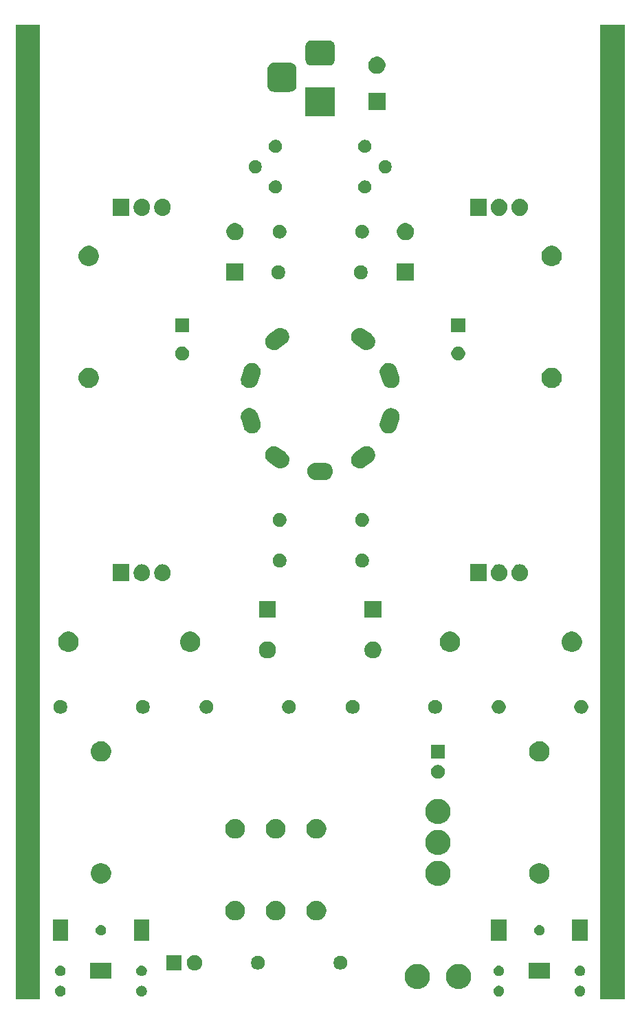
<source format=gbr>
G04 #@! TF.GenerationSoftware,KiCad,Pcbnew,(5.1.6)-1*
G04 #@! TF.CreationDate,2020-12-21T19:05:14-08:00*
G04 #@! TF.ProjectId,12AU7-Amplifier,31324155-372d-4416-9d70-6c6966696572,1.0*
G04 #@! TF.SameCoordinates,Original*
G04 #@! TF.FileFunction,Soldermask,Top*
G04 #@! TF.FilePolarity,Negative*
%FSLAX46Y46*%
G04 Gerber Fmt 4.6, Leading zero omitted, Abs format (unit mm)*
G04 Created by KiCad (PCBNEW (5.1.6)-1) date 2020-12-21 19:05:14*
%MOMM*%
%LPD*%
G01*
G04 APERTURE LIST*
%ADD10C,0.100000*%
G04 APERTURE END LIST*
D10*
G36*
X88000000Y-150000000D02*
G01*
X85000000Y-150000000D01*
X85000000Y-30000000D01*
X88000000Y-30000000D01*
X88000000Y-150000000D01*
G37*
G36*
X160000000Y-150000000D02*
G01*
X157000000Y-150000000D01*
X157000000Y-30000000D01*
X160000000Y-30000000D01*
X160000000Y-150000000D01*
G37*
G36*
X154689890Y-148374017D02*
G01*
X154808364Y-148423091D01*
X154914988Y-148494335D01*
X155005665Y-148585012D01*
X155076909Y-148691636D01*
X155125983Y-148810110D01*
X155151000Y-148935882D01*
X155151000Y-149064118D01*
X155125983Y-149189890D01*
X155076909Y-149308364D01*
X155005665Y-149414988D01*
X154914988Y-149505665D01*
X154808364Y-149576909D01*
X154808363Y-149576910D01*
X154808362Y-149576910D01*
X154689890Y-149625983D01*
X154564119Y-149651000D01*
X154435881Y-149651000D01*
X154310110Y-149625983D01*
X154191638Y-149576910D01*
X154191637Y-149576910D01*
X154191636Y-149576909D01*
X154085012Y-149505665D01*
X153994335Y-149414988D01*
X153923091Y-149308364D01*
X153874017Y-149189890D01*
X153849000Y-149064118D01*
X153849000Y-148935882D01*
X153874017Y-148810110D01*
X153923091Y-148691636D01*
X153994335Y-148585012D01*
X154085012Y-148494335D01*
X154191636Y-148423091D01*
X154310110Y-148374017D01*
X154435881Y-148349000D01*
X154564119Y-148349000D01*
X154689890Y-148374017D01*
G37*
G36*
X144689890Y-148374017D02*
G01*
X144808364Y-148423091D01*
X144914988Y-148494335D01*
X145005665Y-148585012D01*
X145076909Y-148691636D01*
X145125983Y-148810110D01*
X145151000Y-148935882D01*
X145151000Y-149064118D01*
X145125983Y-149189890D01*
X145076909Y-149308364D01*
X145005665Y-149414988D01*
X144914988Y-149505665D01*
X144808364Y-149576909D01*
X144808363Y-149576910D01*
X144808362Y-149576910D01*
X144689890Y-149625983D01*
X144564119Y-149651000D01*
X144435881Y-149651000D01*
X144310110Y-149625983D01*
X144191638Y-149576910D01*
X144191637Y-149576910D01*
X144191636Y-149576909D01*
X144085012Y-149505665D01*
X143994335Y-149414988D01*
X143923091Y-149308364D01*
X143874017Y-149189890D01*
X143849000Y-149064118D01*
X143849000Y-148935882D01*
X143874017Y-148810110D01*
X143923091Y-148691636D01*
X143994335Y-148585012D01*
X144085012Y-148494335D01*
X144191636Y-148423091D01*
X144310110Y-148374017D01*
X144435881Y-148349000D01*
X144564119Y-148349000D01*
X144689890Y-148374017D01*
G37*
G36*
X90689890Y-148374017D02*
G01*
X90808364Y-148423091D01*
X90914988Y-148494335D01*
X91005665Y-148585012D01*
X91076909Y-148691636D01*
X91125983Y-148810110D01*
X91151000Y-148935882D01*
X91151000Y-149064118D01*
X91125983Y-149189890D01*
X91076909Y-149308364D01*
X91005665Y-149414988D01*
X90914988Y-149505665D01*
X90808364Y-149576909D01*
X90808363Y-149576910D01*
X90808362Y-149576910D01*
X90689890Y-149625983D01*
X90564119Y-149651000D01*
X90435881Y-149651000D01*
X90310110Y-149625983D01*
X90191638Y-149576910D01*
X90191637Y-149576910D01*
X90191636Y-149576909D01*
X90085012Y-149505665D01*
X89994335Y-149414988D01*
X89923091Y-149308364D01*
X89874017Y-149189890D01*
X89849000Y-149064118D01*
X89849000Y-148935882D01*
X89874017Y-148810110D01*
X89923091Y-148691636D01*
X89994335Y-148585012D01*
X90085012Y-148494335D01*
X90191636Y-148423091D01*
X90310110Y-148374017D01*
X90435881Y-148349000D01*
X90564119Y-148349000D01*
X90689890Y-148374017D01*
G37*
G36*
X100689890Y-148374017D02*
G01*
X100808364Y-148423091D01*
X100914988Y-148494335D01*
X101005665Y-148585012D01*
X101076909Y-148691636D01*
X101125983Y-148810110D01*
X101151000Y-148935882D01*
X101151000Y-149064118D01*
X101125983Y-149189890D01*
X101076909Y-149308364D01*
X101005665Y-149414988D01*
X100914988Y-149505665D01*
X100808364Y-149576909D01*
X100808363Y-149576910D01*
X100808362Y-149576910D01*
X100689890Y-149625983D01*
X100564119Y-149651000D01*
X100435881Y-149651000D01*
X100310110Y-149625983D01*
X100191638Y-149576910D01*
X100191637Y-149576910D01*
X100191636Y-149576909D01*
X100085012Y-149505665D01*
X99994335Y-149414988D01*
X99923091Y-149308364D01*
X99874017Y-149189890D01*
X99849000Y-149064118D01*
X99849000Y-148935882D01*
X99874017Y-148810110D01*
X99923091Y-148691636D01*
X99994335Y-148585012D01*
X100085012Y-148494335D01*
X100191636Y-148423091D01*
X100310110Y-148374017D01*
X100435881Y-148349000D01*
X100564119Y-148349000D01*
X100689890Y-148374017D01*
G37*
G36*
X139842585Y-145678802D02*
G01*
X139992410Y-145708604D01*
X140274674Y-145825521D01*
X140528705Y-145995259D01*
X140744741Y-146211295D01*
X140914479Y-146465326D01*
X141031396Y-146747590D01*
X141031396Y-146747591D01*
X141064694Y-146914988D01*
X141091000Y-147047240D01*
X141091000Y-147352760D01*
X141031396Y-147652410D01*
X140914479Y-147934674D01*
X140744741Y-148188705D01*
X140528705Y-148404741D01*
X140274674Y-148574479D01*
X139992410Y-148691396D01*
X139842585Y-148721198D01*
X139692761Y-148751000D01*
X139387239Y-148751000D01*
X139237415Y-148721198D01*
X139087590Y-148691396D01*
X138805326Y-148574479D01*
X138551295Y-148404741D01*
X138335259Y-148188705D01*
X138165521Y-147934674D01*
X138048604Y-147652410D01*
X137989000Y-147352760D01*
X137989000Y-147047240D01*
X138015307Y-146914988D01*
X138048604Y-146747591D01*
X138048604Y-146747590D01*
X138165521Y-146465326D01*
X138335259Y-146211295D01*
X138551295Y-145995259D01*
X138805326Y-145825521D01*
X139087590Y-145708604D01*
X139237415Y-145678802D01*
X139387239Y-145649000D01*
X139692761Y-145649000D01*
X139842585Y-145678802D01*
G37*
G36*
X134762585Y-145678802D02*
G01*
X134912410Y-145708604D01*
X135194674Y-145825521D01*
X135448705Y-145995259D01*
X135664741Y-146211295D01*
X135834479Y-146465326D01*
X135951396Y-146747590D01*
X135951396Y-146747591D01*
X135984694Y-146914988D01*
X136011000Y-147047240D01*
X136011000Y-147352760D01*
X135951396Y-147652410D01*
X135834479Y-147934674D01*
X135664741Y-148188705D01*
X135448705Y-148404741D01*
X135194674Y-148574479D01*
X134912410Y-148691396D01*
X134762585Y-148721198D01*
X134612761Y-148751000D01*
X134307239Y-148751000D01*
X134157415Y-148721198D01*
X134007590Y-148691396D01*
X133725326Y-148574479D01*
X133471295Y-148404741D01*
X133255259Y-148188705D01*
X133085521Y-147934674D01*
X132968604Y-147652410D01*
X132909000Y-147352760D01*
X132909000Y-147047240D01*
X132935307Y-146914988D01*
X132968604Y-146747591D01*
X132968604Y-146747590D01*
X133085521Y-146465326D01*
X133255259Y-146211295D01*
X133471295Y-145995259D01*
X133725326Y-145825521D01*
X134007590Y-145708604D01*
X134157415Y-145678802D01*
X134307239Y-145649000D01*
X134612761Y-145649000D01*
X134762585Y-145678802D01*
G37*
G36*
X96801000Y-147451000D02*
G01*
X94199000Y-147451000D01*
X94199000Y-145549000D01*
X96801000Y-145549000D01*
X96801000Y-147451000D01*
G37*
G36*
X150801000Y-147451000D02*
G01*
X148199000Y-147451000D01*
X148199000Y-145549000D01*
X150801000Y-145549000D01*
X150801000Y-147451000D01*
G37*
G36*
X90689890Y-145874017D02*
G01*
X90808364Y-145923091D01*
X90914988Y-145994335D01*
X91005665Y-146085012D01*
X91076909Y-146191636D01*
X91125983Y-146310110D01*
X91151000Y-146435882D01*
X91151000Y-146564118D01*
X91125983Y-146689890D01*
X91076909Y-146808364D01*
X91005665Y-146914988D01*
X90914988Y-147005665D01*
X90808364Y-147076909D01*
X90808363Y-147076910D01*
X90808362Y-147076910D01*
X90689890Y-147125983D01*
X90564119Y-147151000D01*
X90435881Y-147151000D01*
X90310110Y-147125983D01*
X90191638Y-147076910D01*
X90191637Y-147076910D01*
X90191636Y-147076909D01*
X90085012Y-147005665D01*
X89994335Y-146914988D01*
X89923091Y-146808364D01*
X89874017Y-146689890D01*
X89849000Y-146564118D01*
X89849000Y-146435882D01*
X89874017Y-146310110D01*
X89923091Y-146191636D01*
X89994335Y-146085012D01*
X90085012Y-145994335D01*
X90191636Y-145923091D01*
X90310110Y-145874017D01*
X90435881Y-145849000D01*
X90564119Y-145849000D01*
X90689890Y-145874017D01*
G37*
G36*
X100689890Y-145874017D02*
G01*
X100808364Y-145923091D01*
X100914988Y-145994335D01*
X101005665Y-146085012D01*
X101076909Y-146191636D01*
X101125983Y-146310110D01*
X101151000Y-146435882D01*
X101151000Y-146564118D01*
X101125983Y-146689890D01*
X101076909Y-146808364D01*
X101005665Y-146914988D01*
X100914988Y-147005665D01*
X100808364Y-147076909D01*
X100808363Y-147076910D01*
X100808362Y-147076910D01*
X100689890Y-147125983D01*
X100564119Y-147151000D01*
X100435881Y-147151000D01*
X100310110Y-147125983D01*
X100191638Y-147076910D01*
X100191637Y-147076910D01*
X100191636Y-147076909D01*
X100085012Y-147005665D01*
X99994335Y-146914988D01*
X99923091Y-146808364D01*
X99874017Y-146689890D01*
X99849000Y-146564118D01*
X99849000Y-146435882D01*
X99874017Y-146310110D01*
X99923091Y-146191636D01*
X99994335Y-146085012D01*
X100085012Y-145994335D01*
X100191636Y-145923091D01*
X100310110Y-145874017D01*
X100435881Y-145849000D01*
X100564119Y-145849000D01*
X100689890Y-145874017D01*
G37*
G36*
X144689890Y-145874017D02*
G01*
X144808364Y-145923091D01*
X144914988Y-145994335D01*
X145005665Y-146085012D01*
X145076909Y-146191636D01*
X145125983Y-146310110D01*
X145151000Y-146435882D01*
X145151000Y-146564118D01*
X145125983Y-146689890D01*
X145076909Y-146808364D01*
X145005665Y-146914988D01*
X144914988Y-147005665D01*
X144808364Y-147076909D01*
X144808363Y-147076910D01*
X144808362Y-147076910D01*
X144689890Y-147125983D01*
X144564119Y-147151000D01*
X144435881Y-147151000D01*
X144310110Y-147125983D01*
X144191638Y-147076910D01*
X144191637Y-147076910D01*
X144191636Y-147076909D01*
X144085012Y-147005665D01*
X143994335Y-146914988D01*
X143923091Y-146808364D01*
X143874017Y-146689890D01*
X143849000Y-146564118D01*
X143849000Y-146435882D01*
X143874017Y-146310110D01*
X143923091Y-146191636D01*
X143994335Y-146085012D01*
X144085012Y-145994335D01*
X144191636Y-145923091D01*
X144310110Y-145874017D01*
X144435881Y-145849000D01*
X144564119Y-145849000D01*
X144689890Y-145874017D01*
G37*
G36*
X154689890Y-145874017D02*
G01*
X154808364Y-145923091D01*
X154914988Y-145994335D01*
X155005665Y-146085012D01*
X155076909Y-146191636D01*
X155125983Y-146310110D01*
X155151000Y-146435882D01*
X155151000Y-146564118D01*
X155125983Y-146689890D01*
X155076909Y-146808364D01*
X155005665Y-146914988D01*
X154914988Y-147005665D01*
X154808364Y-147076909D01*
X154808363Y-147076910D01*
X154808362Y-147076910D01*
X154689890Y-147125983D01*
X154564119Y-147151000D01*
X154435881Y-147151000D01*
X154310110Y-147125983D01*
X154191638Y-147076910D01*
X154191637Y-147076910D01*
X154191636Y-147076909D01*
X154085012Y-147005665D01*
X153994335Y-146914988D01*
X153923091Y-146808364D01*
X153874017Y-146689890D01*
X153849000Y-146564118D01*
X153849000Y-146435882D01*
X153874017Y-146310110D01*
X153923091Y-146191636D01*
X153994335Y-146085012D01*
X154085012Y-145994335D01*
X154191636Y-145923091D01*
X154310110Y-145874017D01*
X154435881Y-145849000D01*
X154564119Y-145849000D01*
X154689890Y-145874017D01*
G37*
G36*
X105451000Y-146451000D02*
G01*
X103549000Y-146451000D01*
X103549000Y-144549000D01*
X105451000Y-144549000D01*
X105451000Y-146451000D01*
G37*
G36*
X107317395Y-144585546D02*
G01*
X107490466Y-144657234D01*
X107490467Y-144657235D01*
X107646227Y-144761310D01*
X107778690Y-144893773D01*
X107821284Y-144957520D01*
X107882766Y-145049534D01*
X107954454Y-145222605D01*
X107991000Y-145406333D01*
X107991000Y-145593667D01*
X107954454Y-145777395D01*
X107882766Y-145950466D01*
X107831081Y-146027818D01*
X107778690Y-146106227D01*
X107646227Y-146238690D01*
X107623092Y-146254148D01*
X107490466Y-146342766D01*
X107317395Y-146414454D01*
X107133667Y-146451000D01*
X106946333Y-146451000D01*
X106762605Y-146414454D01*
X106589534Y-146342766D01*
X106456908Y-146254148D01*
X106433773Y-146238690D01*
X106301310Y-146106227D01*
X106248919Y-146027818D01*
X106197234Y-145950466D01*
X106125546Y-145777395D01*
X106089000Y-145593667D01*
X106089000Y-145406333D01*
X106125546Y-145222605D01*
X106197234Y-145049534D01*
X106258716Y-144957520D01*
X106301310Y-144893773D01*
X106433773Y-144761310D01*
X106589533Y-144657235D01*
X106589534Y-144657234D01*
X106762605Y-144585546D01*
X106946333Y-144549000D01*
X107133667Y-144549000D01*
X107317395Y-144585546D01*
G37*
G36*
X125248228Y-144681703D02*
G01*
X125403100Y-144745853D01*
X125542481Y-144838985D01*
X125661015Y-144957519D01*
X125754147Y-145096900D01*
X125818297Y-145251772D01*
X125851000Y-145416184D01*
X125851000Y-145583816D01*
X125818297Y-145748228D01*
X125754147Y-145903100D01*
X125661015Y-146042481D01*
X125542481Y-146161015D01*
X125403100Y-146254147D01*
X125248228Y-146318297D01*
X125083816Y-146351000D01*
X124916184Y-146351000D01*
X124751772Y-146318297D01*
X124596900Y-146254147D01*
X124457519Y-146161015D01*
X124338985Y-146042481D01*
X124245853Y-145903100D01*
X124181703Y-145748228D01*
X124149000Y-145583816D01*
X124149000Y-145416184D01*
X124181703Y-145251772D01*
X124245853Y-145096900D01*
X124338985Y-144957519D01*
X124457519Y-144838985D01*
X124596900Y-144745853D01*
X124751772Y-144681703D01*
X124916184Y-144649000D01*
X125083816Y-144649000D01*
X125248228Y-144681703D01*
G37*
G36*
X115088228Y-144681703D02*
G01*
X115243100Y-144745853D01*
X115382481Y-144838985D01*
X115501015Y-144957519D01*
X115594147Y-145096900D01*
X115658297Y-145251772D01*
X115691000Y-145416184D01*
X115691000Y-145583816D01*
X115658297Y-145748228D01*
X115594147Y-145903100D01*
X115501015Y-146042481D01*
X115382481Y-146161015D01*
X115243100Y-146254147D01*
X115088228Y-146318297D01*
X114923816Y-146351000D01*
X114756184Y-146351000D01*
X114591772Y-146318297D01*
X114436900Y-146254147D01*
X114297519Y-146161015D01*
X114178985Y-146042481D01*
X114085853Y-145903100D01*
X114021703Y-145748228D01*
X113989000Y-145583816D01*
X113989000Y-145416184D01*
X114021703Y-145251772D01*
X114085853Y-145096900D01*
X114178985Y-144957519D01*
X114297519Y-144838985D01*
X114436900Y-144745853D01*
X114591772Y-144681703D01*
X114756184Y-144649000D01*
X114923816Y-144649000D01*
X115088228Y-144681703D01*
G37*
G36*
X155451000Y-142801000D02*
G01*
X153549000Y-142801000D01*
X153549000Y-140199000D01*
X155451000Y-140199000D01*
X155451000Y-142801000D01*
G37*
G36*
X91451000Y-142801000D02*
G01*
X89549000Y-142801000D01*
X89549000Y-140199000D01*
X91451000Y-140199000D01*
X91451000Y-142801000D01*
G37*
G36*
X101451000Y-142801000D02*
G01*
X99549000Y-142801000D01*
X99549000Y-140199000D01*
X101451000Y-140199000D01*
X101451000Y-142801000D01*
G37*
G36*
X145451000Y-142801000D02*
G01*
X143549000Y-142801000D01*
X143549000Y-140199000D01*
X145451000Y-140199000D01*
X145451000Y-142801000D01*
G37*
G36*
X149689890Y-140874017D02*
G01*
X149808364Y-140923091D01*
X149914988Y-140994335D01*
X150005665Y-141085012D01*
X150076909Y-141191636D01*
X150125983Y-141310110D01*
X150151000Y-141435882D01*
X150151000Y-141564118D01*
X150125983Y-141689890D01*
X150076909Y-141808364D01*
X150005665Y-141914988D01*
X149914988Y-142005665D01*
X149808364Y-142076909D01*
X149808363Y-142076910D01*
X149808362Y-142076910D01*
X149689890Y-142125983D01*
X149564119Y-142151000D01*
X149435881Y-142151000D01*
X149310110Y-142125983D01*
X149191638Y-142076910D01*
X149191637Y-142076910D01*
X149191636Y-142076909D01*
X149085012Y-142005665D01*
X148994335Y-141914988D01*
X148923091Y-141808364D01*
X148874017Y-141689890D01*
X148849000Y-141564118D01*
X148849000Y-141435882D01*
X148874017Y-141310110D01*
X148923091Y-141191636D01*
X148994335Y-141085012D01*
X149085012Y-140994335D01*
X149191636Y-140923091D01*
X149310110Y-140874017D01*
X149435881Y-140849000D01*
X149564119Y-140849000D01*
X149689890Y-140874017D01*
G37*
G36*
X95689890Y-140874017D02*
G01*
X95808364Y-140923091D01*
X95914988Y-140994335D01*
X96005665Y-141085012D01*
X96076909Y-141191636D01*
X96125983Y-141310110D01*
X96151000Y-141435882D01*
X96151000Y-141564118D01*
X96125983Y-141689890D01*
X96076909Y-141808364D01*
X96005665Y-141914988D01*
X95914988Y-142005665D01*
X95808364Y-142076909D01*
X95808363Y-142076910D01*
X95808362Y-142076910D01*
X95689890Y-142125983D01*
X95564119Y-142151000D01*
X95435881Y-142151000D01*
X95310110Y-142125983D01*
X95191638Y-142076910D01*
X95191637Y-142076910D01*
X95191636Y-142076909D01*
X95085012Y-142005665D01*
X94994335Y-141914988D01*
X94923091Y-141808364D01*
X94874017Y-141689890D01*
X94849000Y-141564118D01*
X94849000Y-141435882D01*
X94874017Y-141310110D01*
X94923091Y-141191636D01*
X94994335Y-141085012D01*
X95085012Y-140994335D01*
X95191636Y-140923091D01*
X95310110Y-140874017D01*
X95435881Y-140849000D01*
X95564119Y-140849000D01*
X95689890Y-140874017D01*
G37*
G36*
X122381553Y-137909642D02*
G01*
X122473594Y-137947767D01*
X122603759Y-138001683D01*
X122803742Y-138135307D01*
X122973813Y-138305378D01*
X123107437Y-138505361D01*
X123199478Y-138727568D01*
X123246400Y-138963461D01*
X123246400Y-139203979D01*
X123199478Y-139439872D01*
X123107437Y-139662079D01*
X122973813Y-139862062D01*
X122803742Y-140032133D01*
X122603759Y-140165757D01*
X122523503Y-140199000D01*
X122381553Y-140257798D01*
X122263605Y-140281259D01*
X122145659Y-140304720D01*
X121905141Y-140304720D01*
X121787195Y-140281259D01*
X121669247Y-140257798D01*
X121527297Y-140199000D01*
X121447041Y-140165757D01*
X121247058Y-140032133D01*
X121076987Y-139862062D01*
X120943363Y-139662079D01*
X120851322Y-139439872D01*
X120804400Y-139203979D01*
X120804400Y-138963461D01*
X120851322Y-138727568D01*
X120943363Y-138505361D01*
X121076987Y-138305378D01*
X121247058Y-138135307D01*
X121447041Y-138001683D01*
X121577206Y-137947767D01*
X121669247Y-137909642D01*
X121905141Y-137862720D01*
X122145659Y-137862720D01*
X122381553Y-137909642D01*
G37*
G36*
X117381553Y-137909642D02*
G01*
X117473594Y-137947767D01*
X117603759Y-138001683D01*
X117803742Y-138135307D01*
X117973813Y-138305378D01*
X118107437Y-138505361D01*
X118199478Y-138727568D01*
X118246400Y-138963461D01*
X118246400Y-139203979D01*
X118199478Y-139439872D01*
X118107437Y-139662079D01*
X117973813Y-139862062D01*
X117803742Y-140032133D01*
X117603759Y-140165757D01*
X117523503Y-140199000D01*
X117381553Y-140257798D01*
X117263605Y-140281259D01*
X117145659Y-140304720D01*
X116905141Y-140304720D01*
X116787195Y-140281259D01*
X116669247Y-140257798D01*
X116527297Y-140199000D01*
X116447041Y-140165757D01*
X116247058Y-140032133D01*
X116076987Y-139862062D01*
X115943363Y-139662079D01*
X115851322Y-139439872D01*
X115804400Y-139203979D01*
X115804400Y-138963461D01*
X115851322Y-138727568D01*
X115943363Y-138505361D01*
X116076987Y-138305378D01*
X116247058Y-138135307D01*
X116447041Y-138001683D01*
X116577206Y-137947767D01*
X116669247Y-137909642D01*
X116905141Y-137862720D01*
X117145659Y-137862720D01*
X117381553Y-137909642D01*
G37*
G36*
X112381553Y-137909642D02*
G01*
X112473594Y-137947767D01*
X112603759Y-138001683D01*
X112803742Y-138135307D01*
X112973813Y-138305378D01*
X113107437Y-138505361D01*
X113199478Y-138727568D01*
X113246400Y-138963461D01*
X113246400Y-139203979D01*
X113199478Y-139439872D01*
X113107437Y-139662079D01*
X112973813Y-139862062D01*
X112803742Y-140032133D01*
X112603759Y-140165757D01*
X112523503Y-140199000D01*
X112381553Y-140257798D01*
X112263605Y-140281259D01*
X112145659Y-140304720D01*
X111905141Y-140304720D01*
X111787195Y-140281259D01*
X111669247Y-140257798D01*
X111527297Y-140199000D01*
X111447041Y-140165757D01*
X111247058Y-140032133D01*
X111076987Y-139862062D01*
X110943363Y-139662079D01*
X110851322Y-139439872D01*
X110804400Y-139203979D01*
X110804400Y-138963461D01*
X110851322Y-138727568D01*
X110943363Y-138505361D01*
X111076987Y-138305378D01*
X111247058Y-138135307D01*
X111447041Y-138001683D01*
X111577206Y-137947767D01*
X111669247Y-137909642D01*
X111905141Y-137862720D01*
X112145659Y-137862720D01*
X112381553Y-137909642D01*
G37*
G36*
X137302585Y-132978802D02*
G01*
X137452410Y-133008604D01*
X137734674Y-133125521D01*
X137988705Y-133295259D01*
X138204741Y-133511295D01*
X138374479Y-133765326D01*
X138491396Y-134047590D01*
X138551000Y-134347240D01*
X138551000Y-134652760D01*
X138491396Y-134952410D01*
X138374479Y-135234674D01*
X138204741Y-135488705D01*
X137988705Y-135704741D01*
X137734674Y-135874479D01*
X137452410Y-135991396D01*
X137302585Y-136021198D01*
X137152761Y-136051000D01*
X136847239Y-136051000D01*
X136697415Y-136021198D01*
X136547590Y-135991396D01*
X136265326Y-135874479D01*
X136011295Y-135704741D01*
X135795259Y-135488705D01*
X135625521Y-135234674D01*
X135508604Y-134952410D01*
X135449000Y-134652760D01*
X135449000Y-134347240D01*
X135508604Y-134047590D01*
X135625521Y-133765326D01*
X135795259Y-133511295D01*
X136011295Y-133295259D01*
X136265326Y-133125521D01*
X136547590Y-133008604D01*
X136697415Y-132978802D01*
X136847239Y-132949000D01*
X137152761Y-132949000D01*
X137302585Y-132978802D01*
G37*
G36*
X95855773Y-133295259D02*
G01*
X95864903Y-133297075D01*
X96092571Y-133391378D01*
X96297466Y-133528285D01*
X96471715Y-133702534D01*
X96608622Y-133907429D01*
X96608623Y-133907431D01*
X96702925Y-134135097D01*
X96751000Y-134376786D01*
X96751000Y-134623214D01*
X96702925Y-134864903D01*
X96666679Y-134952410D01*
X96608622Y-135092571D01*
X96471715Y-135297466D01*
X96297466Y-135471715D01*
X96092571Y-135608622D01*
X96092570Y-135608623D01*
X96092569Y-135608623D01*
X95864903Y-135702925D01*
X95623214Y-135751000D01*
X95376786Y-135751000D01*
X95135097Y-135702925D01*
X94907431Y-135608623D01*
X94907430Y-135608623D01*
X94907429Y-135608622D01*
X94702534Y-135471715D01*
X94528285Y-135297466D01*
X94391378Y-135092571D01*
X94333322Y-134952410D01*
X94297075Y-134864903D01*
X94249000Y-134623214D01*
X94249000Y-134376786D01*
X94297075Y-134135097D01*
X94391377Y-133907431D01*
X94391378Y-133907429D01*
X94528285Y-133702534D01*
X94702534Y-133528285D01*
X94907429Y-133391378D01*
X95135097Y-133297075D01*
X95144227Y-133295259D01*
X95376786Y-133249000D01*
X95623214Y-133249000D01*
X95855773Y-133295259D01*
G37*
G36*
X149855773Y-133295259D02*
G01*
X149864903Y-133297075D01*
X150092571Y-133391378D01*
X150297466Y-133528285D01*
X150471715Y-133702534D01*
X150608622Y-133907429D01*
X150608623Y-133907431D01*
X150702925Y-134135097D01*
X150751000Y-134376786D01*
X150751000Y-134623214D01*
X150702925Y-134864903D01*
X150666679Y-134952410D01*
X150608622Y-135092571D01*
X150471715Y-135297466D01*
X150297466Y-135471715D01*
X150092571Y-135608622D01*
X150092570Y-135608623D01*
X150092569Y-135608623D01*
X149864903Y-135702925D01*
X149623214Y-135751000D01*
X149376786Y-135751000D01*
X149135097Y-135702925D01*
X148907431Y-135608623D01*
X148907430Y-135608623D01*
X148907429Y-135608622D01*
X148702534Y-135471715D01*
X148528285Y-135297466D01*
X148391378Y-135092571D01*
X148333322Y-134952410D01*
X148297075Y-134864903D01*
X148249000Y-134623214D01*
X148249000Y-134376786D01*
X148297075Y-134135097D01*
X148391377Y-133907431D01*
X148391378Y-133907429D01*
X148528285Y-133702534D01*
X148702534Y-133528285D01*
X148907429Y-133391378D01*
X149135097Y-133297075D01*
X149144227Y-133295259D01*
X149376786Y-133249000D01*
X149623214Y-133249000D01*
X149855773Y-133295259D01*
G37*
G36*
X137302585Y-129168802D02*
G01*
X137452410Y-129198604D01*
X137734674Y-129315521D01*
X137988705Y-129485259D01*
X138204741Y-129701295D01*
X138374479Y-129955326D01*
X138491396Y-130237590D01*
X138551000Y-130537240D01*
X138551000Y-130842760D01*
X138491396Y-131142410D01*
X138374479Y-131424674D01*
X138204741Y-131678705D01*
X137988705Y-131894741D01*
X137734674Y-132064479D01*
X137452410Y-132181396D01*
X137302585Y-132211198D01*
X137152761Y-132241000D01*
X136847239Y-132241000D01*
X136697415Y-132211198D01*
X136547590Y-132181396D01*
X136265326Y-132064479D01*
X136011295Y-131894741D01*
X135795259Y-131678705D01*
X135625521Y-131424674D01*
X135508604Y-131142410D01*
X135449000Y-130842760D01*
X135449000Y-130537240D01*
X135508604Y-130237590D01*
X135625521Y-129955326D01*
X135795259Y-129701295D01*
X136011295Y-129485259D01*
X136265326Y-129315521D01*
X136547590Y-129198604D01*
X136697415Y-129168802D01*
X136847239Y-129139000D01*
X137152761Y-129139000D01*
X137302585Y-129168802D01*
G37*
G36*
X117263605Y-127806181D02*
G01*
X117381553Y-127829642D01*
X117473594Y-127867767D01*
X117603759Y-127921683D01*
X117803742Y-128055307D01*
X117973813Y-128225378D01*
X118107437Y-128425361D01*
X118199478Y-128647568D01*
X118246400Y-128883461D01*
X118246400Y-129123979D01*
X118199478Y-129359872D01*
X118107437Y-129582079D01*
X117973813Y-129782062D01*
X117803742Y-129952133D01*
X117603759Y-130085757D01*
X117473594Y-130139673D01*
X117381553Y-130177798D01*
X117263605Y-130201259D01*
X117145659Y-130224720D01*
X116905141Y-130224720D01*
X116787195Y-130201259D01*
X116669247Y-130177798D01*
X116577206Y-130139673D01*
X116447041Y-130085757D01*
X116247058Y-129952133D01*
X116076987Y-129782062D01*
X115943363Y-129582079D01*
X115851322Y-129359872D01*
X115804400Y-129123979D01*
X115804400Y-128883461D01*
X115851322Y-128647568D01*
X115943363Y-128425361D01*
X116076987Y-128225378D01*
X116247058Y-128055307D01*
X116447041Y-127921683D01*
X116577206Y-127867767D01*
X116669247Y-127829642D01*
X116787195Y-127806181D01*
X116905141Y-127782720D01*
X117145659Y-127782720D01*
X117263605Y-127806181D01*
G37*
G36*
X112263605Y-127806181D02*
G01*
X112381553Y-127829642D01*
X112473594Y-127867767D01*
X112603759Y-127921683D01*
X112803742Y-128055307D01*
X112973813Y-128225378D01*
X113107437Y-128425361D01*
X113199478Y-128647568D01*
X113246400Y-128883461D01*
X113246400Y-129123979D01*
X113199478Y-129359872D01*
X113107437Y-129582079D01*
X112973813Y-129782062D01*
X112803742Y-129952133D01*
X112603759Y-130085757D01*
X112473594Y-130139673D01*
X112381553Y-130177798D01*
X112263605Y-130201259D01*
X112145659Y-130224720D01*
X111905141Y-130224720D01*
X111787195Y-130201259D01*
X111669247Y-130177798D01*
X111577206Y-130139673D01*
X111447041Y-130085757D01*
X111247058Y-129952133D01*
X111076987Y-129782062D01*
X110943363Y-129582079D01*
X110851322Y-129359872D01*
X110804400Y-129123979D01*
X110804400Y-128883461D01*
X110851322Y-128647568D01*
X110943363Y-128425361D01*
X111076987Y-128225378D01*
X111247058Y-128055307D01*
X111447041Y-127921683D01*
X111577206Y-127867767D01*
X111669247Y-127829642D01*
X111787195Y-127806181D01*
X111905141Y-127782720D01*
X112145659Y-127782720D01*
X112263605Y-127806181D01*
G37*
G36*
X122263605Y-127806181D02*
G01*
X122381553Y-127829642D01*
X122473594Y-127867767D01*
X122603759Y-127921683D01*
X122803742Y-128055307D01*
X122973813Y-128225378D01*
X123107437Y-128425361D01*
X123199478Y-128647568D01*
X123246400Y-128883461D01*
X123246400Y-129123979D01*
X123199478Y-129359872D01*
X123107437Y-129582079D01*
X122973813Y-129782062D01*
X122803742Y-129952133D01*
X122603759Y-130085757D01*
X122473594Y-130139673D01*
X122381553Y-130177798D01*
X122263605Y-130201259D01*
X122145659Y-130224720D01*
X121905141Y-130224720D01*
X121787195Y-130201259D01*
X121669247Y-130177798D01*
X121577206Y-130139673D01*
X121447041Y-130085757D01*
X121247058Y-129952133D01*
X121076987Y-129782062D01*
X120943363Y-129582079D01*
X120851322Y-129359872D01*
X120804400Y-129123979D01*
X120804400Y-128883461D01*
X120851322Y-128647568D01*
X120943363Y-128425361D01*
X121076987Y-128225378D01*
X121247058Y-128055307D01*
X121447041Y-127921683D01*
X121577206Y-127867767D01*
X121669247Y-127829642D01*
X121787195Y-127806181D01*
X121905141Y-127782720D01*
X122145659Y-127782720D01*
X122263605Y-127806181D01*
G37*
G36*
X137302585Y-125358802D02*
G01*
X137452410Y-125388604D01*
X137734674Y-125505521D01*
X137988705Y-125675259D01*
X138204741Y-125891295D01*
X138374479Y-126145326D01*
X138491396Y-126427590D01*
X138551000Y-126727240D01*
X138551000Y-127032760D01*
X138491396Y-127332410D01*
X138374479Y-127614674D01*
X138204741Y-127868705D01*
X137988705Y-128084741D01*
X137734674Y-128254479D01*
X137452410Y-128371396D01*
X137302585Y-128401198D01*
X137152761Y-128431000D01*
X136847239Y-128431000D01*
X136697415Y-128401198D01*
X136547590Y-128371396D01*
X136265326Y-128254479D01*
X136011295Y-128084741D01*
X135795259Y-127868705D01*
X135625521Y-127614674D01*
X135508604Y-127332410D01*
X135449000Y-127032760D01*
X135449000Y-126727240D01*
X135508604Y-126427590D01*
X135625521Y-126145326D01*
X135795259Y-125891295D01*
X136011295Y-125675259D01*
X136265326Y-125505521D01*
X136547590Y-125388604D01*
X136697415Y-125358802D01*
X136847239Y-125329000D01*
X137152761Y-125329000D01*
X137302585Y-125358802D01*
G37*
G36*
X137248228Y-121181703D02*
G01*
X137403100Y-121245853D01*
X137542481Y-121338985D01*
X137661015Y-121457519D01*
X137754147Y-121596900D01*
X137818297Y-121751772D01*
X137851000Y-121916184D01*
X137851000Y-122083816D01*
X137818297Y-122248228D01*
X137754147Y-122403100D01*
X137661015Y-122542481D01*
X137542481Y-122661015D01*
X137403100Y-122754147D01*
X137248228Y-122818297D01*
X137083816Y-122851000D01*
X136916184Y-122851000D01*
X136751772Y-122818297D01*
X136596900Y-122754147D01*
X136457519Y-122661015D01*
X136338985Y-122542481D01*
X136245853Y-122403100D01*
X136181703Y-122248228D01*
X136149000Y-122083816D01*
X136149000Y-121916184D01*
X136181703Y-121751772D01*
X136245853Y-121596900D01*
X136338985Y-121457519D01*
X136457519Y-121338985D01*
X136596900Y-121245853D01*
X136751772Y-121181703D01*
X136916184Y-121149000D01*
X137083816Y-121149000D01*
X137248228Y-121181703D01*
G37*
G36*
X95864903Y-118297075D02*
G01*
X96092571Y-118391378D01*
X96297466Y-118528285D01*
X96471715Y-118702534D01*
X96608622Y-118907429D01*
X96702925Y-119135097D01*
X96751000Y-119376787D01*
X96751000Y-119623213D01*
X96702925Y-119864903D01*
X96608622Y-120092571D01*
X96471715Y-120297466D01*
X96297466Y-120471715D01*
X96092571Y-120608622D01*
X96092570Y-120608623D01*
X96092569Y-120608623D01*
X95864903Y-120702925D01*
X95623214Y-120751000D01*
X95376786Y-120751000D01*
X95135097Y-120702925D01*
X94907431Y-120608623D01*
X94907430Y-120608623D01*
X94907429Y-120608622D01*
X94702534Y-120471715D01*
X94528285Y-120297466D01*
X94391378Y-120092571D01*
X94297075Y-119864903D01*
X94249000Y-119623213D01*
X94249000Y-119376787D01*
X94297075Y-119135097D01*
X94391378Y-118907429D01*
X94528285Y-118702534D01*
X94702534Y-118528285D01*
X94907429Y-118391378D01*
X95135097Y-118297075D01*
X95376786Y-118249000D01*
X95623214Y-118249000D01*
X95864903Y-118297075D01*
G37*
G36*
X149864903Y-118297075D02*
G01*
X150092571Y-118391378D01*
X150297466Y-118528285D01*
X150471715Y-118702534D01*
X150608622Y-118907429D01*
X150702925Y-119135097D01*
X150751000Y-119376787D01*
X150751000Y-119623213D01*
X150702925Y-119864903D01*
X150608622Y-120092571D01*
X150471715Y-120297466D01*
X150297466Y-120471715D01*
X150092571Y-120608622D01*
X150092570Y-120608623D01*
X150092569Y-120608623D01*
X149864903Y-120702925D01*
X149623214Y-120751000D01*
X149376786Y-120751000D01*
X149135097Y-120702925D01*
X148907431Y-120608623D01*
X148907430Y-120608623D01*
X148907429Y-120608622D01*
X148702534Y-120471715D01*
X148528285Y-120297466D01*
X148391378Y-120092571D01*
X148297075Y-119864903D01*
X148249000Y-119623213D01*
X148249000Y-119376787D01*
X148297075Y-119135097D01*
X148391378Y-118907429D01*
X148528285Y-118702534D01*
X148702534Y-118528285D01*
X148907429Y-118391378D01*
X149135097Y-118297075D01*
X149376786Y-118249000D01*
X149623214Y-118249000D01*
X149864903Y-118297075D01*
G37*
G36*
X137851000Y-120351000D02*
G01*
X136149000Y-120351000D01*
X136149000Y-118649000D01*
X137851000Y-118649000D01*
X137851000Y-120351000D01*
G37*
G36*
X144748228Y-113181703D02*
G01*
X144903100Y-113245853D01*
X145042481Y-113338985D01*
X145161015Y-113457519D01*
X145254147Y-113596900D01*
X145318297Y-113751772D01*
X145351000Y-113916184D01*
X145351000Y-114083816D01*
X145318297Y-114248228D01*
X145254147Y-114403100D01*
X145161015Y-114542481D01*
X145042481Y-114661015D01*
X144903100Y-114754147D01*
X144748228Y-114818297D01*
X144583816Y-114851000D01*
X144416184Y-114851000D01*
X144251772Y-114818297D01*
X144096900Y-114754147D01*
X143957519Y-114661015D01*
X143838985Y-114542481D01*
X143745853Y-114403100D01*
X143681703Y-114248228D01*
X143649000Y-114083816D01*
X143649000Y-113916184D01*
X143681703Y-113751772D01*
X143745853Y-113596900D01*
X143838985Y-113457519D01*
X143957519Y-113338985D01*
X144096900Y-113245853D01*
X144251772Y-113181703D01*
X144416184Y-113149000D01*
X144583816Y-113149000D01*
X144748228Y-113181703D01*
G37*
G36*
X100908228Y-113181703D02*
G01*
X101063100Y-113245853D01*
X101202481Y-113338985D01*
X101321015Y-113457519D01*
X101414147Y-113596900D01*
X101478297Y-113751772D01*
X101511000Y-113916184D01*
X101511000Y-114083816D01*
X101478297Y-114248228D01*
X101414147Y-114403100D01*
X101321015Y-114542481D01*
X101202481Y-114661015D01*
X101063100Y-114754147D01*
X100908228Y-114818297D01*
X100743816Y-114851000D01*
X100576184Y-114851000D01*
X100411772Y-114818297D01*
X100256900Y-114754147D01*
X100117519Y-114661015D01*
X99998985Y-114542481D01*
X99905853Y-114403100D01*
X99841703Y-114248228D01*
X99809000Y-114083816D01*
X99809000Y-113916184D01*
X99841703Y-113751772D01*
X99905853Y-113596900D01*
X99998985Y-113457519D01*
X100117519Y-113338985D01*
X100256900Y-113245853D01*
X100411772Y-113181703D01*
X100576184Y-113149000D01*
X100743816Y-113149000D01*
X100908228Y-113181703D01*
G37*
G36*
X90748228Y-113181703D02*
G01*
X90903100Y-113245853D01*
X91042481Y-113338985D01*
X91161015Y-113457519D01*
X91254147Y-113596900D01*
X91318297Y-113751772D01*
X91351000Y-113916184D01*
X91351000Y-114083816D01*
X91318297Y-114248228D01*
X91254147Y-114403100D01*
X91161015Y-114542481D01*
X91042481Y-114661015D01*
X90903100Y-114754147D01*
X90748228Y-114818297D01*
X90583816Y-114851000D01*
X90416184Y-114851000D01*
X90251772Y-114818297D01*
X90096900Y-114754147D01*
X89957519Y-114661015D01*
X89838985Y-114542481D01*
X89745853Y-114403100D01*
X89681703Y-114248228D01*
X89649000Y-114083816D01*
X89649000Y-113916184D01*
X89681703Y-113751772D01*
X89745853Y-113596900D01*
X89838985Y-113457519D01*
X89957519Y-113338985D01*
X90096900Y-113245853D01*
X90251772Y-113181703D01*
X90416184Y-113149000D01*
X90583816Y-113149000D01*
X90748228Y-113181703D01*
G37*
G36*
X108748228Y-113181703D02*
G01*
X108903100Y-113245853D01*
X109042481Y-113338985D01*
X109161015Y-113457519D01*
X109254147Y-113596900D01*
X109318297Y-113751772D01*
X109351000Y-113916184D01*
X109351000Y-114083816D01*
X109318297Y-114248228D01*
X109254147Y-114403100D01*
X109161015Y-114542481D01*
X109042481Y-114661015D01*
X108903100Y-114754147D01*
X108748228Y-114818297D01*
X108583816Y-114851000D01*
X108416184Y-114851000D01*
X108251772Y-114818297D01*
X108096900Y-114754147D01*
X107957519Y-114661015D01*
X107838985Y-114542481D01*
X107745853Y-114403100D01*
X107681703Y-114248228D01*
X107649000Y-114083816D01*
X107649000Y-113916184D01*
X107681703Y-113751772D01*
X107745853Y-113596900D01*
X107838985Y-113457519D01*
X107957519Y-113338985D01*
X108096900Y-113245853D01*
X108251772Y-113181703D01*
X108416184Y-113149000D01*
X108583816Y-113149000D01*
X108748228Y-113181703D01*
G37*
G36*
X136908228Y-113181703D02*
G01*
X137063100Y-113245853D01*
X137202481Y-113338985D01*
X137321015Y-113457519D01*
X137414147Y-113596900D01*
X137478297Y-113751772D01*
X137511000Y-113916184D01*
X137511000Y-114083816D01*
X137478297Y-114248228D01*
X137414147Y-114403100D01*
X137321015Y-114542481D01*
X137202481Y-114661015D01*
X137063100Y-114754147D01*
X136908228Y-114818297D01*
X136743816Y-114851000D01*
X136576184Y-114851000D01*
X136411772Y-114818297D01*
X136256900Y-114754147D01*
X136117519Y-114661015D01*
X135998985Y-114542481D01*
X135905853Y-114403100D01*
X135841703Y-114248228D01*
X135809000Y-114083816D01*
X135809000Y-113916184D01*
X135841703Y-113751772D01*
X135905853Y-113596900D01*
X135998985Y-113457519D01*
X136117519Y-113338985D01*
X136256900Y-113245853D01*
X136411772Y-113181703D01*
X136576184Y-113149000D01*
X136743816Y-113149000D01*
X136908228Y-113181703D01*
G37*
G36*
X126748228Y-113181703D02*
G01*
X126903100Y-113245853D01*
X127042481Y-113338985D01*
X127161015Y-113457519D01*
X127254147Y-113596900D01*
X127318297Y-113751772D01*
X127351000Y-113916184D01*
X127351000Y-114083816D01*
X127318297Y-114248228D01*
X127254147Y-114403100D01*
X127161015Y-114542481D01*
X127042481Y-114661015D01*
X126903100Y-114754147D01*
X126748228Y-114818297D01*
X126583816Y-114851000D01*
X126416184Y-114851000D01*
X126251772Y-114818297D01*
X126096900Y-114754147D01*
X125957519Y-114661015D01*
X125838985Y-114542481D01*
X125745853Y-114403100D01*
X125681703Y-114248228D01*
X125649000Y-114083816D01*
X125649000Y-113916184D01*
X125681703Y-113751772D01*
X125745853Y-113596900D01*
X125838985Y-113457519D01*
X125957519Y-113338985D01*
X126096900Y-113245853D01*
X126251772Y-113181703D01*
X126416184Y-113149000D01*
X126583816Y-113149000D01*
X126748228Y-113181703D01*
G37*
G36*
X154908228Y-113181703D02*
G01*
X155063100Y-113245853D01*
X155202481Y-113338985D01*
X155321015Y-113457519D01*
X155414147Y-113596900D01*
X155478297Y-113751772D01*
X155511000Y-113916184D01*
X155511000Y-114083816D01*
X155478297Y-114248228D01*
X155414147Y-114403100D01*
X155321015Y-114542481D01*
X155202481Y-114661015D01*
X155063100Y-114754147D01*
X154908228Y-114818297D01*
X154743816Y-114851000D01*
X154576184Y-114851000D01*
X154411772Y-114818297D01*
X154256900Y-114754147D01*
X154117519Y-114661015D01*
X153998985Y-114542481D01*
X153905853Y-114403100D01*
X153841703Y-114248228D01*
X153809000Y-114083816D01*
X153809000Y-113916184D01*
X153841703Y-113751772D01*
X153905853Y-113596900D01*
X153998985Y-113457519D01*
X154117519Y-113338985D01*
X154256900Y-113245853D01*
X154411772Y-113181703D01*
X154576184Y-113149000D01*
X154743816Y-113149000D01*
X154908228Y-113181703D01*
G37*
G36*
X118908228Y-113181703D02*
G01*
X119063100Y-113245853D01*
X119202481Y-113338985D01*
X119321015Y-113457519D01*
X119414147Y-113596900D01*
X119478297Y-113751772D01*
X119511000Y-113916184D01*
X119511000Y-114083816D01*
X119478297Y-114248228D01*
X119414147Y-114403100D01*
X119321015Y-114542481D01*
X119202481Y-114661015D01*
X119063100Y-114754147D01*
X118908228Y-114818297D01*
X118743816Y-114851000D01*
X118576184Y-114851000D01*
X118411772Y-114818297D01*
X118256900Y-114754147D01*
X118117519Y-114661015D01*
X117998985Y-114542481D01*
X117905853Y-114403100D01*
X117841703Y-114248228D01*
X117809000Y-114083816D01*
X117809000Y-113916184D01*
X117841703Y-113751772D01*
X117905853Y-113596900D01*
X117998985Y-113457519D01*
X118117519Y-113338985D01*
X118256900Y-113245853D01*
X118411772Y-113181703D01*
X118576184Y-113149000D01*
X118743816Y-113149000D01*
X118908228Y-113181703D01*
G37*
G36*
X129306564Y-105989389D02*
G01*
X129497833Y-106068615D01*
X129497835Y-106068616D01*
X129669973Y-106183635D01*
X129816365Y-106330027D01*
X129931385Y-106502167D01*
X130010611Y-106693436D01*
X130051000Y-106896484D01*
X130051000Y-107103516D01*
X130010611Y-107306564D01*
X129931385Y-107497833D01*
X129931384Y-107497835D01*
X129816365Y-107669973D01*
X129669973Y-107816365D01*
X129497835Y-107931384D01*
X129497834Y-107931385D01*
X129497833Y-107931385D01*
X129306564Y-108010611D01*
X129103516Y-108051000D01*
X128896484Y-108051000D01*
X128693436Y-108010611D01*
X128502167Y-107931385D01*
X128502166Y-107931385D01*
X128502165Y-107931384D01*
X128330027Y-107816365D01*
X128183635Y-107669973D01*
X128068616Y-107497835D01*
X128068615Y-107497833D01*
X127989389Y-107306564D01*
X127949000Y-107103516D01*
X127949000Y-106896484D01*
X127989389Y-106693436D01*
X128068615Y-106502167D01*
X128183635Y-106330027D01*
X128330027Y-106183635D01*
X128502165Y-106068616D01*
X128502167Y-106068615D01*
X128693436Y-105989389D01*
X128896484Y-105949000D01*
X129103516Y-105949000D01*
X129306564Y-105989389D01*
G37*
G36*
X116306564Y-105989389D02*
G01*
X116497833Y-106068615D01*
X116497835Y-106068616D01*
X116669973Y-106183635D01*
X116816365Y-106330027D01*
X116931385Y-106502167D01*
X117010611Y-106693436D01*
X117051000Y-106896484D01*
X117051000Y-107103516D01*
X117010611Y-107306564D01*
X116931385Y-107497833D01*
X116931384Y-107497835D01*
X116816365Y-107669973D01*
X116669973Y-107816365D01*
X116497835Y-107931384D01*
X116497834Y-107931385D01*
X116497833Y-107931385D01*
X116306564Y-108010611D01*
X116103516Y-108051000D01*
X115896484Y-108051000D01*
X115693436Y-108010611D01*
X115502167Y-107931385D01*
X115502166Y-107931385D01*
X115502165Y-107931384D01*
X115330027Y-107816365D01*
X115183635Y-107669973D01*
X115068616Y-107497835D01*
X115068615Y-107497833D01*
X114989389Y-107306564D01*
X114949000Y-107103516D01*
X114949000Y-106896484D01*
X114989389Y-106693436D01*
X115068615Y-106502167D01*
X115183635Y-106330027D01*
X115330027Y-106183635D01*
X115502165Y-106068616D01*
X115502167Y-106068615D01*
X115693436Y-105989389D01*
X115896484Y-105949000D01*
X116103516Y-105949000D01*
X116306564Y-105989389D01*
G37*
G36*
X106864903Y-104797075D02*
G01*
X107092571Y-104891378D01*
X107297466Y-105028285D01*
X107471715Y-105202534D01*
X107471716Y-105202536D01*
X107608623Y-105407431D01*
X107702925Y-105635097D01*
X107751000Y-105876786D01*
X107751000Y-106123214D01*
X107702925Y-106364903D01*
X107646069Y-106502167D01*
X107608622Y-106592571D01*
X107471715Y-106797466D01*
X107297466Y-106971715D01*
X107092571Y-107108622D01*
X107092570Y-107108623D01*
X107092569Y-107108623D01*
X106864903Y-107202925D01*
X106623214Y-107251000D01*
X106376786Y-107251000D01*
X106135097Y-107202925D01*
X105907431Y-107108623D01*
X105907430Y-107108623D01*
X105907429Y-107108622D01*
X105702534Y-106971715D01*
X105528285Y-106797466D01*
X105391378Y-106592571D01*
X105353932Y-106502167D01*
X105297075Y-106364903D01*
X105249000Y-106123214D01*
X105249000Y-105876786D01*
X105297075Y-105635097D01*
X105391377Y-105407431D01*
X105528284Y-105202536D01*
X105528285Y-105202534D01*
X105702534Y-105028285D01*
X105907429Y-104891378D01*
X106135097Y-104797075D01*
X106376786Y-104749000D01*
X106623214Y-104749000D01*
X106864903Y-104797075D01*
G37*
G36*
X138864903Y-104797075D02*
G01*
X139092571Y-104891378D01*
X139297466Y-105028285D01*
X139471715Y-105202534D01*
X139471716Y-105202536D01*
X139608623Y-105407431D01*
X139702925Y-105635097D01*
X139751000Y-105876786D01*
X139751000Y-106123214D01*
X139702925Y-106364903D01*
X139646069Y-106502167D01*
X139608622Y-106592571D01*
X139471715Y-106797466D01*
X139297466Y-106971715D01*
X139092571Y-107108622D01*
X139092570Y-107108623D01*
X139092569Y-107108623D01*
X138864903Y-107202925D01*
X138623214Y-107251000D01*
X138376786Y-107251000D01*
X138135097Y-107202925D01*
X137907431Y-107108623D01*
X137907430Y-107108623D01*
X137907429Y-107108622D01*
X137702534Y-106971715D01*
X137528285Y-106797466D01*
X137391378Y-106592571D01*
X137353932Y-106502167D01*
X137297075Y-106364903D01*
X137249000Y-106123214D01*
X137249000Y-105876786D01*
X137297075Y-105635097D01*
X137391377Y-105407431D01*
X137528284Y-105202536D01*
X137528285Y-105202534D01*
X137702534Y-105028285D01*
X137907429Y-104891378D01*
X138135097Y-104797075D01*
X138376786Y-104749000D01*
X138623214Y-104749000D01*
X138864903Y-104797075D01*
G37*
G36*
X153864903Y-104797075D02*
G01*
X154092571Y-104891378D01*
X154297466Y-105028285D01*
X154471715Y-105202534D01*
X154471716Y-105202536D01*
X154608623Y-105407431D01*
X154702925Y-105635097D01*
X154751000Y-105876786D01*
X154751000Y-106123214D01*
X154702925Y-106364903D01*
X154646069Y-106502167D01*
X154608622Y-106592571D01*
X154471715Y-106797466D01*
X154297466Y-106971715D01*
X154092571Y-107108622D01*
X154092570Y-107108623D01*
X154092569Y-107108623D01*
X153864903Y-107202925D01*
X153623214Y-107251000D01*
X153376786Y-107251000D01*
X153135097Y-107202925D01*
X152907431Y-107108623D01*
X152907430Y-107108623D01*
X152907429Y-107108622D01*
X152702534Y-106971715D01*
X152528285Y-106797466D01*
X152391378Y-106592571D01*
X152353932Y-106502167D01*
X152297075Y-106364903D01*
X152249000Y-106123214D01*
X152249000Y-105876786D01*
X152297075Y-105635097D01*
X152391377Y-105407431D01*
X152528284Y-105202536D01*
X152528285Y-105202534D01*
X152702534Y-105028285D01*
X152907429Y-104891378D01*
X153135097Y-104797075D01*
X153376786Y-104749000D01*
X153623214Y-104749000D01*
X153864903Y-104797075D01*
G37*
G36*
X91864903Y-104797075D02*
G01*
X92092571Y-104891378D01*
X92297466Y-105028285D01*
X92471715Y-105202534D01*
X92471716Y-105202536D01*
X92608623Y-105407431D01*
X92702925Y-105635097D01*
X92751000Y-105876786D01*
X92751000Y-106123214D01*
X92702925Y-106364903D01*
X92646069Y-106502167D01*
X92608622Y-106592571D01*
X92471715Y-106797466D01*
X92297466Y-106971715D01*
X92092571Y-107108622D01*
X92092570Y-107108623D01*
X92092569Y-107108623D01*
X91864903Y-107202925D01*
X91623214Y-107251000D01*
X91376786Y-107251000D01*
X91135097Y-107202925D01*
X90907431Y-107108623D01*
X90907430Y-107108623D01*
X90907429Y-107108622D01*
X90702534Y-106971715D01*
X90528285Y-106797466D01*
X90391378Y-106592571D01*
X90353932Y-106502167D01*
X90297075Y-106364903D01*
X90249000Y-106123214D01*
X90249000Y-105876786D01*
X90297075Y-105635097D01*
X90391377Y-105407431D01*
X90528284Y-105202536D01*
X90528285Y-105202534D01*
X90702534Y-105028285D01*
X90907429Y-104891378D01*
X91135097Y-104797075D01*
X91376786Y-104749000D01*
X91623214Y-104749000D01*
X91864903Y-104797075D01*
G37*
G36*
X130051000Y-103051000D02*
G01*
X127949000Y-103051000D01*
X127949000Y-100949000D01*
X130051000Y-100949000D01*
X130051000Y-103051000D01*
G37*
G36*
X117051000Y-103051000D02*
G01*
X114949000Y-103051000D01*
X114949000Y-100949000D01*
X117051000Y-100949000D01*
X117051000Y-103051000D01*
G37*
G36*
X144736719Y-96463520D02*
G01*
X144925880Y-96520901D01*
X144925883Y-96520902D01*
X144966252Y-96542480D01*
X145100212Y-96614083D01*
X145253015Y-96739485D01*
X145378417Y-96892288D01*
X145471599Y-97066619D01*
X145528980Y-97255780D01*
X145543500Y-97403206D01*
X145543500Y-97596793D01*
X145528980Y-97744219D01*
X145471599Y-97933380D01*
X145471598Y-97933383D01*
X145422182Y-98025833D01*
X145378417Y-98107712D01*
X145253015Y-98260515D01*
X145100212Y-98385917D01*
X144925881Y-98479099D01*
X144736720Y-98536480D01*
X144540000Y-98555855D01*
X144343281Y-98536480D01*
X144154120Y-98479099D01*
X143979788Y-98385917D01*
X143826985Y-98260515D01*
X143701583Y-98107712D01*
X143608401Y-97933381D01*
X143551020Y-97744220D01*
X143536500Y-97596794D01*
X143536500Y-97403207D01*
X143551020Y-97255781D01*
X143608401Y-97066620D01*
X143608402Y-97066617D01*
X143657818Y-96974167D01*
X143701583Y-96892288D01*
X143826985Y-96739485D01*
X143979788Y-96614083D01*
X144154119Y-96520901D01*
X144343280Y-96463520D01*
X144540000Y-96444145D01*
X144736719Y-96463520D01*
G37*
G36*
X147276719Y-96463520D02*
G01*
X147465880Y-96520901D01*
X147465883Y-96520902D01*
X147506252Y-96542480D01*
X147640212Y-96614083D01*
X147793015Y-96739485D01*
X147918417Y-96892288D01*
X148011599Y-97066619D01*
X148068980Y-97255780D01*
X148083500Y-97403206D01*
X148083500Y-97596793D01*
X148068980Y-97744219D01*
X148011599Y-97933380D01*
X148011598Y-97933383D01*
X147962182Y-98025833D01*
X147918417Y-98107712D01*
X147793015Y-98260515D01*
X147640212Y-98385917D01*
X147465881Y-98479099D01*
X147276720Y-98536480D01*
X147080000Y-98555855D01*
X146883281Y-98536480D01*
X146694120Y-98479099D01*
X146519788Y-98385917D01*
X146366985Y-98260515D01*
X146241583Y-98107712D01*
X146148401Y-97933381D01*
X146091020Y-97744220D01*
X146076500Y-97596794D01*
X146076500Y-97403207D01*
X146091020Y-97255781D01*
X146148401Y-97066620D01*
X146148402Y-97066617D01*
X146197818Y-96974167D01*
X146241583Y-96892288D01*
X146366985Y-96739485D01*
X146519788Y-96614083D01*
X146694119Y-96520901D01*
X146883280Y-96463520D01*
X147080000Y-96444145D01*
X147276719Y-96463520D01*
G37*
G36*
X100736719Y-96463520D02*
G01*
X100925880Y-96520901D01*
X100925883Y-96520902D01*
X100966252Y-96542480D01*
X101100212Y-96614083D01*
X101253015Y-96739485D01*
X101378417Y-96892288D01*
X101471599Y-97066619D01*
X101528980Y-97255780D01*
X101543500Y-97403206D01*
X101543500Y-97596793D01*
X101528980Y-97744219D01*
X101471599Y-97933380D01*
X101471598Y-97933383D01*
X101422182Y-98025833D01*
X101378417Y-98107712D01*
X101253015Y-98260515D01*
X101100212Y-98385917D01*
X100925881Y-98479099D01*
X100736720Y-98536480D01*
X100540000Y-98555855D01*
X100343281Y-98536480D01*
X100154120Y-98479099D01*
X99979788Y-98385917D01*
X99826985Y-98260515D01*
X99701583Y-98107712D01*
X99608401Y-97933381D01*
X99551020Y-97744220D01*
X99536500Y-97596794D01*
X99536500Y-97403207D01*
X99551020Y-97255781D01*
X99608401Y-97066620D01*
X99608402Y-97066617D01*
X99657818Y-96974167D01*
X99701583Y-96892288D01*
X99826985Y-96739485D01*
X99979788Y-96614083D01*
X100154119Y-96520901D01*
X100343280Y-96463520D01*
X100540000Y-96444145D01*
X100736719Y-96463520D01*
G37*
G36*
X103276719Y-96463520D02*
G01*
X103465880Y-96520901D01*
X103465883Y-96520902D01*
X103506252Y-96542480D01*
X103640212Y-96614083D01*
X103793015Y-96739485D01*
X103918417Y-96892288D01*
X104011599Y-97066619D01*
X104068980Y-97255780D01*
X104083500Y-97403206D01*
X104083500Y-97596793D01*
X104068980Y-97744219D01*
X104011599Y-97933380D01*
X104011598Y-97933383D01*
X103962182Y-98025833D01*
X103918417Y-98107712D01*
X103793015Y-98260515D01*
X103640212Y-98385917D01*
X103465881Y-98479099D01*
X103276720Y-98536480D01*
X103080000Y-98555855D01*
X102883281Y-98536480D01*
X102694120Y-98479099D01*
X102519788Y-98385917D01*
X102366985Y-98260515D01*
X102241583Y-98107712D01*
X102148401Y-97933381D01*
X102091020Y-97744220D01*
X102076500Y-97596794D01*
X102076500Y-97403207D01*
X102091020Y-97255781D01*
X102148401Y-97066620D01*
X102148402Y-97066617D01*
X102197818Y-96974167D01*
X102241583Y-96892288D01*
X102366985Y-96739485D01*
X102519788Y-96614083D01*
X102694119Y-96520901D01*
X102883280Y-96463520D01*
X103080000Y-96444145D01*
X103276719Y-96463520D01*
G37*
G36*
X143003500Y-98551000D02*
G01*
X140996500Y-98551000D01*
X140996500Y-96449000D01*
X143003500Y-96449000D01*
X143003500Y-98551000D01*
G37*
G36*
X99003500Y-98551000D02*
G01*
X96996500Y-98551000D01*
X96996500Y-96449000D01*
X99003500Y-96449000D01*
X99003500Y-98551000D01*
G37*
G36*
X117748228Y-95181703D02*
G01*
X117903100Y-95245853D01*
X118042481Y-95338985D01*
X118161015Y-95457519D01*
X118254147Y-95596900D01*
X118318297Y-95751772D01*
X118351000Y-95916184D01*
X118351000Y-96083816D01*
X118318297Y-96248228D01*
X118254147Y-96403100D01*
X118161015Y-96542481D01*
X118042481Y-96661015D01*
X117903100Y-96754147D01*
X117748228Y-96818297D01*
X117583816Y-96851000D01*
X117416184Y-96851000D01*
X117251772Y-96818297D01*
X117096900Y-96754147D01*
X116957519Y-96661015D01*
X116838985Y-96542481D01*
X116745853Y-96403100D01*
X116681703Y-96248228D01*
X116649000Y-96083816D01*
X116649000Y-95916184D01*
X116681703Y-95751772D01*
X116745853Y-95596900D01*
X116838985Y-95457519D01*
X116957519Y-95338985D01*
X117096900Y-95245853D01*
X117251772Y-95181703D01*
X117416184Y-95149000D01*
X117583816Y-95149000D01*
X117748228Y-95181703D01*
G37*
G36*
X127908228Y-95181703D02*
G01*
X128063100Y-95245853D01*
X128202481Y-95338985D01*
X128321015Y-95457519D01*
X128414147Y-95596900D01*
X128478297Y-95751772D01*
X128511000Y-95916184D01*
X128511000Y-96083816D01*
X128478297Y-96248228D01*
X128414147Y-96403100D01*
X128321015Y-96542481D01*
X128202481Y-96661015D01*
X128063100Y-96754147D01*
X127908228Y-96818297D01*
X127743816Y-96851000D01*
X127576184Y-96851000D01*
X127411772Y-96818297D01*
X127256900Y-96754147D01*
X127117519Y-96661015D01*
X126998985Y-96542481D01*
X126905853Y-96403100D01*
X126841703Y-96248228D01*
X126809000Y-96083816D01*
X126809000Y-95916184D01*
X126841703Y-95751772D01*
X126905853Y-95596900D01*
X126998985Y-95457519D01*
X127117519Y-95338985D01*
X127256900Y-95245853D01*
X127411772Y-95181703D01*
X127576184Y-95149000D01*
X127743816Y-95149000D01*
X127908228Y-95181703D01*
G37*
G36*
X127908228Y-90181703D02*
G01*
X128063100Y-90245853D01*
X128202481Y-90338985D01*
X128321015Y-90457519D01*
X128414147Y-90596900D01*
X128478297Y-90751772D01*
X128511000Y-90916184D01*
X128511000Y-91083816D01*
X128478297Y-91248228D01*
X128414147Y-91403100D01*
X128321015Y-91542481D01*
X128202481Y-91661015D01*
X128063100Y-91754147D01*
X127908228Y-91818297D01*
X127743816Y-91851000D01*
X127576184Y-91851000D01*
X127411772Y-91818297D01*
X127256900Y-91754147D01*
X127117519Y-91661015D01*
X126998985Y-91542481D01*
X126905853Y-91403100D01*
X126841703Y-91248228D01*
X126809000Y-91083816D01*
X126809000Y-90916184D01*
X126841703Y-90751772D01*
X126905853Y-90596900D01*
X126998985Y-90457519D01*
X127117519Y-90338985D01*
X127256900Y-90245853D01*
X127411772Y-90181703D01*
X127576184Y-90149000D01*
X127743816Y-90149000D01*
X127908228Y-90181703D01*
G37*
G36*
X117748228Y-90181703D02*
G01*
X117903100Y-90245853D01*
X118042481Y-90338985D01*
X118161015Y-90457519D01*
X118254147Y-90596900D01*
X118318297Y-90751772D01*
X118351000Y-90916184D01*
X118351000Y-91083816D01*
X118318297Y-91248228D01*
X118254147Y-91403100D01*
X118161015Y-91542481D01*
X118042481Y-91661015D01*
X117903100Y-91754147D01*
X117748228Y-91818297D01*
X117583816Y-91851000D01*
X117416184Y-91851000D01*
X117251772Y-91818297D01*
X117096900Y-91754147D01*
X116957519Y-91661015D01*
X116838985Y-91542481D01*
X116745853Y-91403100D01*
X116681703Y-91248228D01*
X116649000Y-91083816D01*
X116649000Y-90916184D01*
X116681703Y-90751772D01*
X116745853Y-90596900D01*
X116838985Y-90457519D01*
X116957519Y-90338985D01*
X117096900Y-90245853D01*
X117251772Y-90181703D01*
X117416184Y-90149000D01*
X117583816Y-90149000D01*
X117748228Y-90181703D01*
G37*
G36*
X123218970Y-83949424D02*
G01*
X123419917Y-84010381D01*
X123605102Y-84109365D01*
X123767423Y-84242577D01*
X123900635Y-84404898D01*
X123999619Y-84590083D01*
X124060576Y-84791030D01*
X124081157Y-85000000D01*
X124060576Y-85208970D01*
X123999619Y-85409917D01*
X123900635Y-85595102D01*
X123767423Y-85757423D01*
X123605102Y-85890635D01*
X123419917Y-85989619D01*
X123218970Y-86050576D01*
X123062364Y-86066000D01*
X121937636Y-86066000D01*
X121781030Y-86050576D01*
X121580083Y-85989619D01*
X121394898Y-85890635D01*
X121232577Y-85757423D01*
X121099365Y-85595102D01*
X121000381Y-85409917D01*
X120939424Y-85208970D01*
X120918843Y-85000000D01*
X120939424Y-84791030D01*
X121000381Y-84590083D01*
X121099365Y-84404898D01*
X121232577Y-84242577D01*
X121394898Y-84109365D01*
X121580083Y-84010381D01*
X121781030Y-83949424D01*
X121937636Y-83934000D01*
X123062364Y-83934000D01*
X123218970Y-83949424D01*
G37*
G36*
X128370165Y-81922261D02*
G01*
X128573343Y-81975280D01*
X128762280Y-82066921D01*
X128929700Y-82193655D01*
X128929702Y-82193657D01*
X129069183Y-82350621D01*
X129175363Y-82531781D01*
X129244160Y-82730175D01*
X129244160Y-82730177D01*
X129272930Y-82938179D01*
X129260568Y-83147797D01*
X129207549Y-83350975D01*
X129115909Y-83539911D01*
X128989174Y-83707331D01*
X128989172Y-83707333D01*
X128871537Y-83811866D01*
X128871534Y-83811868D01*
X128871533Y-83811869D01*
X128682204Y-83949424D01*
X127961618Y-84472959D01*
X127825850Y-84552534D01*
X127627456Y-84621331D01*
X127582384Y-84627565D01*
X127419452Y-84650101D01*
X127209835Y-84637739D01*
X127006657Y-84584720D01*
X126817720Y-84493079D01*
X126650300Y-84366345D01*
X126510817Y-84209379D01*
X126404637Y-84028219D01*
X126377314Y-83949425D01*
X126335840Y-83829825D01*
X126318898Y-83707333D01*
X126307070Y-83621821D01*
X126319432Y-83412204D01*
X126372451Y-83209026D01*
X126464092Y-83020089D01*
X126590826Y-82852669D01*
X126590828Y-82852667D01*
X126708463Y-82748134D01*
X127618381Y-82087041D01*
X127754149Y-82007466D01*
X127952543Y-81938669D01*
X127997615Y-81932435D01*
X128160547Y-81909899D01*
X128370165Y-81922261D01*
G37*
G36*
X117002384Y-81932435D02*
G01*
X117047456Y-81938669D01*
X117245850Y-82007466D01*
X117381618Y-82087041D01*
X117381623Y-82087044D01*
X117381622Y-82087044D01*
X118266819Y-82730175D01*
X118291537Y-82748134D01*
X118409172Y-82852667D01*
X118409174Y-82852669D01*
X118535909Y-83020089D01*
X118627549Y-83209025D01*
X118680568Y-83412203D01*
X118692930Y-83621821D01*
X118681102Y-83707333D01*
X118664160Y-83829825D01*
X118622686Y-83949425D01*
X118595363Y-84028219D01*
X118489183Y-84209379D01*
X118349700Y-84366345D01*
X118182280Y-84493079D01*
X117993343Y-84584720D01*
X117790165Y-84637739D01*
X117580547Y-84650101D01*
X117417615Y-84627565D01*
X117372543Y-84621331D01*
X117174149Y-84552534D01*
X117038381Y-84472959D01*
X116401696Y-84010381D01*
X116128467Y-83811869D01*
X116128466Y-83811868D01*
X116128463Y-83811866D01*
X116010828Y-83707333D01*
X116010826Y-83707331D01*
X115884092Y-83539911D01*
X115792451Y-83350974D01*
X115739432Y-83147796D01*
X115727070Y-82938179D01*
X115755840Y-82730177D01*
X115755840Y-82730175D01*
X115824637Y-82531781D01*
X115930817Y-82350621D01*
X116070298Y-82193657D01*
X116070300Y-82193655D01*
X116237720Y-82066921D01*
X116426657Y-81975280D01*
X116629835Y-81922261D01*
X116839452Y-81909899D01*
X117002384Y-81932435D01*
G37*
G36*
X114073155Y-77264020D02*
G01*
X114268695Y-77340553D01*
X114445547Y-77453763D01*
X114596915Y-77599301D01*
X114716980Y-77771568D01*
X114780047Y-77915752D01*
X115127606Y-78985425D01*
X115161331Y-79139137D01*
X115165454Y-79349082D01*
X115128539Y-79555794D01*
X115052007Y-79751334D01*
X114938797Y-79928185D01*
X114793260Y-80079554D01*
X114620992Y-80199618D01*
X114575661Y-80219446D01*
X114428605Y-80283770D01*
X114297227Y-80312595D01*
X114223499Y-80328772D01*
X114021801Y-80332732D01*
X114013557Y-80332894D01*
X114013555Y-80332894D01*
X113806846Y-80295980D01*
X113611305Y-80219447D01*
X113434453Y-80106237D01*
X113283085Y-79960700D01*
X113163020Y-79788432D01*
X113099953Y-79644249D01*
X112926175Y-79109413D01*
X112752395Y-78574576D01*
X112718669Y-78420862D01*
X112714547Y-78210920D01*
X112714547Y-78210917D01*
X112751460Y-78004207D01*
X112827993Y-77808667D01*
X112941203Y-77631815D01*
X113086741Y-77480447D01*
X113259008Y-77360382D01*
X113451396Y-77276230D01*
X113656499Y-77231229D01*
X113708985Y-77230199D01*
X113866442Y-77227107D01*
X113866445Y-77227107D01*
X114073155Y-77264020D01*
G37*
G36*
X131141801Y-77227268D02*
G01*
X131343499Y-77231228D01*
X131417227Y-77247405D01*
X131548605Y-77276230D01*
X131695215Y-77340359D01*
X131740992Y-77360382D01*
X131913260Y-77480446D01*
X132058797Y-77631815D01*
X132172007Y-77808666D01*
X132248539Y-78004206D01*
X132285454Y-78210918D01*
X132281331Y-78420863D01*
X132247606Y-78574575D01*
X131900047Y-79644248D01*
X131836980Y-79788432D01*
X131716915Y-79960699D01*
X131565547Y-80106237D01*
X131388695Y-80219447D01*
X131193155Y-80295980D01*
X130986445Y-80332893D01*
X130986442Y-80332893D01*
X130828985Y-80329801D01*
X130776499Y-80328771D01*
X130571396Y-80283770D01*
X130379008Y-80199618D01*
X130206741Y-80079553D01*
X130061203Y-79928185D01*
X129947993Y-79751333D01*
X129871460Y-79555793D01*
X129834547Y-79349083D01*
X129838669Y-79139139D01*
X129838669Y-79139137D01*
X129872395Y-78985424D01*
X130124048Y-78210917D01*
X130219953Y-77915751D01*
X130283020Y-77771568D01*
X130403085Y-77599300D01*
X130554453Y-77453763D01*
X130731305Y-77340553D01*
X130926846Y-77264020D01*
X131133555Y-77227106D01*
X131133557Y-77227106D01*
X131141801Y-77227268D01*
G37*
G36*
X131193155Y-71704020D02*
G01*
X131388695Y-71780553D01*
X131565547Y-71893763D01*
X131716915Y-72039301D01*
X131836980Y-72211568D01*
X131900047Y-72355752D01*
X132247606Y-73425425D01*
X132281331Y-73579137D01*
X132285454Y-73789082D01*
X132248539Y-73995794D01*
X132172007Y-74191334D01*
X132058797Y-74368185D01*
X131913260Y-74519554D01*
X131740992Y-74639618D01*
X131695661Y-74659446D01*
X131548605Y-74723770D01*
X131424497Y-74751000D01*
X131343499Y-74768772D01*
X131141801Y-74772732D01*
X131133557Y-74772894D01*
X131133555Y-74772894D01*
X130926846Y-74735980D01*
X130731305Y-74659447D01*
X130554453Y-74546237D01*
X130403085Y-74400700D01*
X130283020Y-74228432D01*
X130219953Y-74084249D01*
X130046174Y-73549412D01*
X129872395Y-73014576D01*
X129838669Y-72860862D01*
X129834547Y-72650920D01*
X129834547Y-72650917D01*
X129871460Y-72444207D01*
X129947993Y-72248667D01*
X130061203Y-72071815D01*
X130206741Y-71920447D01*
X130379008Y-71800382D01*
X130571396Y-71716230D01*
X130776499Y-71671229D01*
X130828986Y-71670198D01*
X130986442Y-71667107D01*
X130986445Y-71667107D01*
X131193155Y-71704020D01*
G37*
G36*
X114021801Y-71667268D02*
G01*
X114223499Y-71671228D01*
X114297227Y-71687405D01*
X114428605Y-71716230D01*
X114575215Y-71780359D01*
X114620992Y-71800382D01*
X114793260Y-71920446D01*
X114938797Y-72071815D01*
X115052007Y-72248666D01*
X115128539Y-72444206D01*
X115165454Y-72650918D01*
X115161331Y-72860863D01*
X115127606Y-73014575D01*
X114780047Y-74084248D01*
X114716980Y-74228432D01*
X114596915Y-74400699D01*
X114445547Y-74546237D01*
X114268695Y-74659447D01*
X114073155Y-74735980D01*
X113866445Y-74772893D01*
X113866442Y-74772893D01*
X113708986Y-74769802D01*
X113656499Y-74768771D01*
X113451396Y-74723770D01*
X113259008Y-74639618D01*
X113086741Y-74519553D01*
X112941203Y-74368185D01*
X112827993Y-74191333D01*
X112751460Y-73995793D01*
X112714547Y-73789083D01*
X112718669Y-73579139D01*
X112718669Y-73579137D01*
X112752395Y-73425424D01*
X113004048Y-72650917D01*
X113099953Y-72355751D01*
X113163020Y-72211568D01*
X113283085Y-72039300D01*
X113434453Y-71893763D01*
X113611305Y-71780553D01*
X113806846Y-71704020D01*
X114013555Y-71667106D01*
X114013557Y-71667106D01*
X114021801Y-71667268D01*
G37*
G36*
X94364903Y-72297075D02*
G01*
X94592571Y-72391378D01*
X94797466Y-72528285D01*
X94971715Y-72702534D01*
X95077507Y-72860863D01*
X95108623Y-72907431D01*
X95202925Y-73135097D01*
X95251000Y-73376786D01*
X95251000Y-73623214D01*
X95202925Y-73864903D01*
X95112070Y-74084248D01*
X95108622Y-74092571D01*
X94971715Y-74297466D01*
X94797466Y-74471715D01*
X94592571Y-74608622D01*
X94592570Y-74608623D01*
X94592569Y-74608623D01*
X94364903Y-74702925D01*
X94123214Y-74751000D01*
X93876786Y-74751000D01*
X93635097Y-74702925D01*
X93407431Y-74608623D01*
X93407430Y-74608623D01*
X93407429Y-74608622D01*
X93202534Y-74471715D01*
X93028285Y-74297466D01*
X92891378Y-74092571D01*
X92887931Y-74084248D01*
X92797075Y-73864903D01*
X92749000Y-73623214D01*
X92749000Y-73376786D01*
X92797075Y-73135097D01*
X92891377Y-72907431D01*
X92922493Y-72860863D01*
X93028285Y-72702534D01*
X93202534Y-72528285D01*
X93407429Y-72391378D01*
X93635097Y-72297075D01*
X93876786Y-72249000D01*
X94123214Y-72249000D01*
X94364903Y-72297075D01*
G37*
G36*
X151364903Y-72297075D02*
G01*
X151592571Y-72391378D01*
X151797466Y-72528285D01*
X151971715Y-72702534D01*
X152077507Y-72860863D01*
X152108623Y-72907431D01*
X152202925Y-73135097D01*
X152251000Y-73376786D01*
X152251000Y-73623214D01*
X152202925Y-73864903D01*
X152112070Y-74084248D01*
X152108622Y-74092571D01*
X151971715Y-74297466D01*
X151797466Y-74471715D01*
X151592571Y-74608622D01*
X151592570Y-74608623D01*
X151592569Y-74608623D01*
X151364903Y-74702925D01*
X151123214Y-74751000D01*
X150876786Y-74751000D01*
X150635097Y-74702925D01*
X150407431Y-74608623D01*
X150407430Y-74608623D01*
X150407429Y-74608622D01*
X150202534Y-74471715D01*
X150028285Y-74297466D01*
X149891378Y-74092571D01*
X149887931Y-74084248D01*
X149797075Y-73864903D01*
X149749000Y-73623214D01*
X149749000Y-73376786D01*
X149797075Y-73135097D01*
X149891377Y-72907431D01*
X149922493Y-72860863D01*
X150028285Y-72702534D01*
X150202534Y-72528285D01*
X150407429Y-72391378D01*
X150635097Y-72297075D01*
X150876786Y-72249000D01*
X151123214Y-72249000D01*
X151364903Y-72297075D01*
G37*
G36*
X105748228Y-69681703D02*
G01*
X105903100Y-69745853D01*
X106042481Y-69838985D01*
X106161015Y-69957519D01*
X106254147Y-70096900D01*
X106318297Y-70251772D01*
X106351000Y-70416184D01*
X106351000Y-70583816D01*
X106318297Y-70748228D01*
X106254147Y-70903100D01*
X106161015Y-71042481D01*
X106042481Y-71161015D01*
X105903100Y-71254147D01*
X105748228Y-71318297D01*
X105583816Y-71351000D01*
X105416184Y-71351000D01*
X105251772Y-71318297D01*
X105096900Y-71254147D01*
X104957519Y-71161015D01*
X104838985Y-71042481D01*
X104745853Y-70903100D01*
X104681703Y-70748228D01*
X104649000Y-70583816D01*
X104649000Y-70416184D01*
X104681703Y-70251772D01*
X104745853Y-70096900D01*
X104838985Y-69957519D01*
X104957519Y-69838985D01*
X105096900Y-69745853D01*
X105251772Y-69681703D01*
X105416184Y-69649000D01*
X105583816Y-69649000D01*
X105748228Y-69681703D01*
G37*
G36*
X139748228Y-69681703D02*
G01*
X139903100Y-69745853D01*
X140042481Y-69838985D01*
X140161015Y-69957519D01*
X140254147Y-70096900D01*
X140318297Y-70251772D01*
X140351000Y-70416184D01*
X140351000Y-70583816D01*
X140318297Y-70748228D01*
X140254147Y-70903100D01*
X140161015Y-71042481D01*
X140042481Y-71161015D01*
X139903100Y-71254147D01*
X139748228Y-71318297D01*
X139583816Y-71351000D01*
X139416184Y-71351000D01*
X139251772Y-71318297D01*
X139096900Y-71254147D01*
X138957519Y-71161015D01*
X138838985Y-71042481D01*
X138745853Y-70903100D01*
X138681703Y-70748228D01*
X138649000Y-70583816D01*
X138649000Y-70416184D01*
X138681703Y-70251772D01*
X138745853Y-70096900D01*
X138838985Y-69957519D01*
X138957519Y-69838985D01*
X139096900Y-69745853D01*
X139251772Y-69681703D01*
X139416184Y-69649000D01*
X139583816Y-69649000D01*
X139748228Y-69681703D01*
G37*
G36*
X127582384Y-67372435D02*
G01*
X127627456Y-67378669D01*
X127825850Y-67447466D01*
X127961618Y-67527041D01*
X127961623Y-67527044D01*
X127961622Y-67527044D01*
X128846819Y-68170175D01*
X128871537Y-68188134D01*
X128989172Y-68292667D01*
X128989174Y-68292669D01*
X129115909Y-68460089D01*
X129207549Y-68649025D01*
X129260568Y-68852203D01*
X129272930Y-69061821D01*
X129261102Y-69147333D01*
X129244160Y-69269825D01*
X129175363Y-69468219D01*
X129069183Y-69649379D01*
X129040458Y-69681705D01*
X128929700Y-69806345D01*
X128762280Y-69933079D01*
X128573343Y-70024720D01*
X128370165Y-70077739D01*
X128160547Y-70090101D01*
X127997615Y-70067565D01*
X127952543Y-70061331D01*
X127754149Y-69992534D01*
X127618381Y-69912959D01*
X126708463Y-69251866D01*
X126590828Y-69147333D01*
X126590826Y-69147331D01*
X126464092Y-68979911D01*
X126372451Y-68790974D01*
X126319432Y-68587796D01*
X126307070Y-68378179D01*
X126335840Y-68170177D01*
X126335840Y-68170175D01*
X126404637Y-67971781D01*
X126510817Y-67790621D01*
X126650298Y-67633657D01*
X126650300Y-67633655D01*
X126817720Y-67506921D01*
X127006657Y-67415280D01*
X127209835Y-67362261D01*
X127419452Y-67349899D01*
X127582384Y-67372435D01*
G37*
G36*
X117790165Y-67362261D02*
G01*
X117993343Y-67415280D01*
X118182280Y-67506921D01*
X118349700Y-67633655D01*
X118349702Y-67633657D01*
X118489183Y-67790621D01*
X118595363Y-67971781D01*
X118664160Y-68170175D01*
X118664160Y-68170177D01*
X118692930Y-68378179D01*
X118680568Y-68587797D01*
X118627549Y-68790975D01*
X118535909Y-68979911D01*
X118409174Y-69147331D01*
X118409172Y-69147333D01*
X118291537Y-69251866D01*
X118291534Y-69251868D01*
X118291533Y-69251869D01*
X117993752Y-69468219D01*
X117381618Y-69912959D01*
X117245850Y-69992534D01*
X117047456Y-70061331D01*
X117002384Y-70067565D01*
X116839452Y-70090101D01*
X116629835Y-70077739D01*
X116426657Y-70024720D01*
X116237720Y-69933079D01*
X116070300Y-69806345D01*
X115959543Y-69681705D01*
X115930817Y-69649379D01*
X115824637Y-69468219D01*
X115755840Y-69269825D01*
X115738898Y-69147333D01*
X115727070Y-69061821D01*
X115739432Y-68852204D01*
X115792451Y-68649026D01*
X115884092Y-68460089D01*
X116010826Y-68292669D01*
X116010828Y-68292667D01*
X116128463Y-68188134D01*
X117038381Y-67527041D01*
X117174149Y-67447466D01*
X117372543Y-67378669D01*
X117417615Y-67372435D01*
X117580547Y-67349899D01*
X117790165Y-67362261D01*
G37*
G36*
X140351000Y-67851000D02*
G01*
X138649000Y-67851000D01*
X138649000Y-66149000D01*
X140351000Y-66149000D01*
X140351000Y-67851000D01*
G37*
G36*
X106351000Y-67851000D02*
G01*
X104649000Y-67851000D01*
X104649000Y-66149000D01*
X106351000Y-66149000D01*
X106351000Y-67851000D01*
G37*
G36*
X134051000Y-61551000D02*
G01*
X131949000Y-61551000D01*
X131949000Y-59449000D01*
X134051000Y-59449000D01*
X134051000Y-61551000D01*
G37*
G36*
X113051000Y-61551000D02*
G01*
X110949000Y-61551000D01*
X110949000Y-59449000D01*
X113051000Y-59449000D01*
X113051000Y-61551000D01*
G37*
G36*
X117588228Y-59681703D02*
G01*
X117743100Y-59745853D01*
X117882481Y-59838985D01*
X118001015Y-59957519D01*
X118094147Y-60096900D01*
X118158297Y-60251772D01*
X118191000Y-60416184D01*
X118191000Y-60583816D01*
X118158297Y-60748228D01*
X118094147Y-60903100D01*
X118001015Y-61042481D01*
X117882481Y-61161015D01*
X117743100Y-61254147D01*
X117588228Y-61318297D01*
X117423816Y-61351000D01*
X117256184Y-61351000D01*
X117091772Y-61318297D01*
X116936900Y-61254147D01*
X116797519Y-61161015D01*
X116678985Y-61042481D01*
X116585853Y-60903100D01*
X116521703Y-60748228D01*
X116489000Y-60583816D01*
X116489000Y-60416184D01*
X116521703Y-60251772D01*
X116585853Y-60096900D01*
X116678985Y-59957519D01*
X116797519Y-59838985D01*
X116936900Y-59745853D01*
X117091772Y-59681703D01*
X117256184Y-59649000D01*
X117423816Y-59649000D01*
X117588228Y-59681703D01*
G37*
G36*
X127748228Y-59681703D02*
G01*
X127903100Y-59745853D01*
X128042481Y-59838985D01*
X128161015Y-59957519D01*
X128254147Y-60096900D01*
X128318297Y-60251772D01*
X128351000Y-60416184D01*
X128351000Y-60583816D01*
X128318297Y-60748228D01*
X128254147Y-60903100D01*
X128161015Y-61042481D01*
X128042481Y-61161015D01*
X127903100Y-61254147D01*
X127748228Y-61318297D01*
X127583816Y-61351000D01*
X127416184Y-61351000D01*
X127251772Y-61318297D01*
X127096900Y-61254147D01*
X126957519Y-61161015D01*
X126838985Y-61042481D01*
X126745853Y-60903100D01*
X126681703Y-60748228D01*
X126649000Y-60583816D01*
X126649000Y-60416184D01*
X126681703Y-60251772D01*
X126745853Y-60096900D01*
X126838985Y-59957519D01*
X126957519Y-59838985D01*
X127096900Y-59745853D01*
X127251772Y-59681703D01*
X127416184Y-59649000D01*
X127583816Y-59649000D01*
X127748228Y-59681703D01*
G37*
G36*
X94364903Y-57297075D02*
G01*
X94592571Y-57391378D01*
X94797466Y-57528285D01*
X94971715Y-57702534D01*
X95108622Y-57907429D01*
X95202925Y-58135097D01*
X95251000Y-58376787D01*
X95251000Y-58623213D01*
X95202925Y-58864903D01*
X95108622Y-59092571D01*
X94971715Y-59297466D01*
X94797466Y-59471715D01*
X94592571Y-59608622D01*
X94592570Y-59608623D01*
X94592569Y-59608623D01*
X94364903Y-59702925D01*
X94123214Y-59751000D01*
X93876786Y-59751000D01*
X93635097Y-59702925D01*
X93407431Y-59608623D01*
X93407430Y-59608623D01*
X93407429Y-59608622D01*
X93202534Y-59471715D01*
X93028285Y-59297466D01*
X92891378Y-59092571D01*
X92797075Y-58864903D01*
X92749000Y-58623213D01*
X92749000Y-58376787D01*
X92797075Y-58135097D01*
X92891378Y-57907429D01*
X93028285Y-57702534D01*
X93202534Y-57528285D01*
X93407429Y-57391378D01*
X93635097Y-57297075D01*
X93876786Y-57249000D01*
X94123214Y-57249000D01*
X94364903Y-57297075D01*
G37*
G36*
X151364903Y-57297075D02*
G01*
X151592571Y-57391378D01*
X151797466Y-57528285D01*
X151971715Y-57702534D01*
X152108622Y-57907429D01*
X152202925Y-58135097D01*
X152251000Y-58376787D01*
X152251000Y-58623213D01*
X152202925Y-58864903D01*
X152108622Y-59092571D01*
X151971715Y-59297466D01*
X151797466Y-59471715D01*
X151592571Y-59608622D01*
X151592570Y-59608623D01*
X151592569Y-59608623D01*
X151364903Y-59702925D01*
X151123214Y-59751000D01*
X150876786Y-59751000D01*
X150635097Y-59702925D01*
X150407431Y-59608623D01*
X150407430Y-59608623D01*
X150407429Y-59608622D01*
X150202534Y-59471715D01*
X150028285Y-59297466D01*
X149891378Y-59092571D01*
X149797075Y-58864903D01*
X149749000Y-58623213D01*
X149749000Y-58376787D01*
X149797075Y-58135097D01*
X149891378Y-57907429D01*
X150028285Y-57702534D01*
X150202534Y-57528285D01*
X150407429Y-57391378D01*
X150635097Y-57297075D01*
X150876786Y-57249000D01*
X151123214Y-57249000D01*
X151364903Y-57297075D01*
G37*
G36*
X112306564Y-54489389D02*
G01*
X112497833Y-54568615D01*
X112497835Y-54568616D01*
X112618138Y-54649000D01*
X112669973Y-54683635D01*
X112816365Y-54830027D01*
X112931385Y-55002167D01*
X113010611Y-55193436D01*
X113051000Y-55396484D01*
X113051000Y-55603516D01*
X113010611Y-55806564D01*
X112931385Y-55997833D01*
X112931384Y-55997835D01*
X112816365Y-56169973D01*
X112669973Y-56316365D01*
X112497835Y-56431384D01*
X112497834Y-56431385D01*
X112497833Y-56431385D01*
X112306564Y-56510611D01*
X112103516Y-56551000D01*
X111896484Y-56551000D01*
X111693436Y-56510611D01*
X111502167Y-56431385D01*
X111502166Y-56431385D01*
X111502165Y-56431384D01*
X111330027Y-56316365D01*
X111183635Y-56169973D01*
X111068616Y-55997835D01*
X111068615Y-55997833D01*
X110989389Y-55806564D01*
X110949000Y-55603516D01*
X110949000Y-55396484D01*
X110989389Y-55193436D01*
X111068615Y-55002167D01*
X111183635Y-54830027D01*
X111330027Y-54683635D01*
X111381862Y-54649000D01*
X111502165Y-54568616D01*
X111502167Y-54568615D01*
X111693436Y-54489389D01*
X111896484Y-54449000D01*
X112103516Y-54449000D01*
X112306564Y-54489389D01*
G37*
G36*
X133306564Y-54489389D02*
G01*
X133497833Y-54568615D01*
X133497835Y-54568616D01*
X133618138Y-54649000D01*
X133669973Y-54683635D01*
X133816365Y-54830027D01*
X133931385Y-55002167D01*
X134010611Y-55193436D01*
X134051000Y-55396484D01*
X134051000Y-55603516D01*
X134010611Y-55806564D01*
X133931385Y-55997833D01*
X133931384Y-55997835D01*
X133816365Y-56169973D01*
X133669973Y-56316365D01*
X133497835Y-56431384D01*
X133497834Y-56431385D01*
X133497833Y-56431385D01*
X133306564Y-56510611D01*
X133103516Y-56551000D01*
X132896484Y-56551000D01*
X132693436Y-56510611D01*
X132502167Y-56431385D01*
X132502166Y-56431385D01*
X132502165Y-56431384D01*
X132330027Y-56316365D01*
X132183635Y-56169973D01*
X132068616Y-55997835D01*
X132068615Y-55997833D01*
X131989389Y-55806564D01*
X131949000Y-55603516D01*
X131949000Y-55396484D01*
X131989389Y-55193436D01*
X132068615Y-55002167D01*
X132183635Y-54830027D01*
X132330027Y-54683635D01*
X132381862Y-54649000D01*
X132502165Y-54568616D01*
X132502167Y-54568615D01*
X132693436Y-54489389D01*
X132896484Y-54449000D01*
X133103516Y-54449000D01*
X133306564Y-54489389D01*
G37*
G36*
X127908228Y-54681703D02*
G01*
X128063100Y-54745853D01*
X128202481Y-54838985D01*
X128321015Y-54957519D01*
X128414147Y-55096900D01*
X128478297Y-55251772D01*
X128511000Y-55416184D01*
X128511000Y-55583816D01*
X128478297Y-55748228D01*
X128414147Y-55903100D01*
X128321015Y-56042481D01*
X128202481Y-56161015D01*
X128063100Y-56254147D01*
X127908228Y-56318297D01*
X127743816Y-56351000D01*
X127576184Y-56351000D01*
X127411772Y-56318297D01*
X127256900Y-56254147D01*
X127117519Y-56161015D01*
X126998985Y-56042481D01*
X126905853Y-55903100D01*
X126841703Y-55748228D01*
X126809000Y-55583816D01*
X126809000Y-55416184D01*
X126841703Y-55251772D01*
X126905853Y-55096900D01*
X126998985Y-54957519D01*
X127117519Y-54838985D01*
X127256900Y-54745853D01*
X127411772Y-54681703D01*
X127576184Y-54649000D01*
X127743816Y-54649000D01*
X127908228Y-54681703D01*
G37*
G36*
X117748228Y-54681703D02*
G01*
X117903100Y-54745853D01*
X118042481Y-54838985D01*
X118161015Y-54957519D01*
X118254147Y-55096900D01*
X118318297Y-55251772D01*
X118351000Y-55416184D01*
X118351000Y-55583816D01*
X118318297Y-55748228D01*
X118254147Y-55903100D01*
X118161015Y-56042481D01*
X118042481Y-56161015D01*
X117903100Y-56254147D01*
X117748228Y-56318297D01*
X117583816Y-56351000D01*
X117416184Y-56351000D01*
X117251772Y-56318297D01*
X117096900Y-56254147D01*
X116957519Y-56161015D01*
X116838985Y-56042481D01*
X116745853Y-55903100D01*
X116681703Y-55748228D01*
X116649000Y-55583816D01*
X116649000Y-55416184D01*
X116681703Y-55251772D01*
X116745853Y-55096900D01*
X116838985Y-54957519D01*
X116957519Y-54838985D01*
X117096900Y-54745853D01*
X117251772Y-54681703D01*
X117416184Y-54649000D01*
X117583816Y-54649000D01*
X117748228Y-54681703D01*
G37*
G36*
X144736719Y-51463520D02*
G01*
X144925880Y-51520901D01*
X144925883Y-51520902D01*
X145018333Y-51570318D01*
X145100212Y-51614083D01*
X145253015Y-51739485D01*
X145378417Y-51892288D01*
X145471599Y-52066619D01*
X145528980Y-52255780D01*
X145543500Y-52403206D01*
X145543500Y-52596793D01*
X145528980Y-52744219D01*
X145471599Y-52933380D01*
X145471598Y-52933383D01*
X145422182Y-53025833D01*
X145378417Y-53107712D01*
X145253015Y-53260515D01*
X145100212Y-53385917D01*
X144925881Y-53479099D01*
X144736720Y-53536480D01*
X144540000Y-53555855D01*
X144343281Y-53536480D01*
X144154120Y-53479099D01*
X143979788Y-53385917D01*
X143826985Y-53260515D01*
X143701583Y-53107712D01*
X143608401Y-52933381D01*
X143551020Y-52744220D01*
X143536500Y-52596794D01*
X143536500Y-52403207D01*
X143551020Y-52255781D01*
X143608401Y-52066620D01*
X143608402Y-52066617D01*
X143657818Y-51974167D01*
X143701583Y-51892288D01*
X143826985Y-51739485D01*
X143979788Y-51614083D01*
X144154119Y-51520901D01*
X144343280Y-51463520D01*
X144540000Y-51444145D01*
X144736719Y-51463520D01*
G37*
G36*
X147276719Y-51463520D02*
G01*
X147465880Y-51520901D01*
X147465883Y-51520902D01*
X147558333Y-51570318D01*
X147640212Y-51614083D01*
X147793015Y-51739485D01*
X147918417Y-51892288D01*
X148011599Y-52066619D01*
X148068980Y-52255780D01*
X148083500Y-52403206D01*
X148083500Y-52596793D01*
X148068980Y-52744219D01*
X148011599Y-52933380D01*
X148011598Y-52933383D01*
X147962182Y-53025833D01*
X147918417Y-53107712D01*
X147793015Y-53260515D01*
X147640212Y-53385917D01*
X147465881Y-53479099D01*
X147276720Y-53536480D01*
X147080000Y-53555855D01*
X146883281Y-53536480D01*
X146694120Y-53479099D01*
X146519788Y-53385917D01*
X146366985Y-53260515D01*
X146241583Y-53107712D01*
X146148401Y-52933381D01*
X146091020Y-52744220D01*
X146076500Y-52596794D01*
X146076500Y-52403207D01*
X146091020Y-52255781D01*
X146148401Y-52066620D01*
X146148402Y-52066617D01*
X146197818Y-51974167D01*
X146241583Y-51892288D01*
X146366985Y-51739485D01*
X146519788Y-51614083D01*
X146694119Y-51520901D01*
X146883280Y-51463520D01*
X147080000Y-51444145D01*
X147276719Y-51463520D01*
G37*
G36*
X103276719Y-51463520D02*
G01*
X103465880Y-51520901D01*
X103465883Y-51520902D01*
X103558333Y-51570318D01*
X103640212Y-51614083D01*
X103793015Y-51739485D01*
X103918417Y-51892288D01*
X104011599Y-52066619D01*
X104068980Y-52255780D01*
X104083500Y-52403206D01*
X104083500Y-52596793D01*
X104068980Y-52744219D01*
X104011599Y-52933380D01*
X104011598Y-52933383D01*
X103962182Y-53025833D01*
X103918417Y-53107712D01*
X103793015Y-53260515D01*
X103640212Y-53385917D01*
X103465881Y-53479099D01*
X103276720Y-53536480D01*
X103080000Y-53555855D01*
X102883281Y-53536480D01*
X102694120Y-53479099D01*
X102519788Y-53385917D01*
X102366985Y-53260515D01*
X102241583Y-53107712D01*
X102148401Y-52933381D01*
X102091020Y-52744220D01*
X102076500Y-52596794D01*
X102076500Y-52403207D01*
X102091020Y-52255781D01*
X102148401Y-52066620D01*
X102148402Y-52066617D01*
X102197818Y-51974167D01*
X102241583Y-51892288D01*
X102366985Y-51739485D01*
X102519788Y-51614083D01*
X102694119Y-51520901D01*
X102883280Y-51463520D01*
X103080000Y-51444145D01*
X103276719Y-51463520D01*
G37*
G36*
X100736719Y-51463520D02*
G01*
X100925880Y-51520901D01*
X100925883Y-51520902D01*
X101018333Y-51570318D01*
X101100212Y-51614083D01*
X101253015Y-51739485D01*
X101378417Y-51892288D01*
X101471599Y-52066619D01*
X101528980Y-52255780D01*
X101543500Y-52403206D01*
X101543500Y-52596793D01*
X101528980Y-52744219D01*
X101471599Y-52933380D01*
X101471598Y-52933383D01*
X101422182Y-53025833D01*
X101378417Y-53107712D01*
X101253015Y-53260515D01*
X101100212Y-53385917D01*
X100925881Y-53479099D01*
X100736720Y-53536480D01*
X100540000Y-53555855D01*
X100343281Y-53536480D01*
X100154120Y-53479099D01*
X99979788Y-53385917D01*
X99826985Y-53260515D01*
X99701583Y-53107712D01*
X99608401Y-52933381D01*
X99551020Y-52744220D01*
X99536500Y-52596794D01*
X99536500Y-52403207D01*
X99551020Y-52255781D01*
X99608401Y-52066620D01*
X99608402Y-52066617D01*
X99657818Y-51974167D01*
X99701583Y-51892288D01*
X99826985Y-51739485D01*
X99979788Y-51614083D01*
X100154119Y-51520901D01*
X100343280Y-51463520D01*
X100540000Y-51444145D01*
X100736719Y-51463520D01*
G37*
G36*
X143003500Y-53551000D02*
G01*
X140996500Y-53551000D01*
X140996500Y-51449000D01*
X143003500Y-51449000D01*
X143003500Y-53551000D01*
G37*
G36*
X99003500Y-53551000D02*
G01*
X96996500Y-53551000D01*
X96996500Y-51449000D01*
X99003500Y-51449000D01*
X99003500Y-53551000D01*
G37*
G36*
X128237142Y-49218242D02*
G01*
X128385101Y-49279529D01*
X128518255Y-49368499D01*
X128631501Y-49481745D01*
X128720471Y-49614899D01*
X128781758Y-49762858D01*
X128813000Y-49919925D01*
X128813000Y-50080075D01*
X128781758Y-50237142D01*
X128720471Y-50385101D01*
X128631501Y-50518255D01*
X128518255Y-50631501D01*
X128385101Y-50720471D01*
X128237142Y-50781758D01*
X128080075Y-50813000D01*
X127919925Y-50813000D01*
X127762858Y-50781758D01*
X127614899Y-50720471D01*
X127481745Y-50631501D01*
X127368499Y-50518255D01*
X127279529Y-50385101D01*
X127218242Y-50237142D01*
X127187000Y-50080075D01*
X127187000Y-49919925D01*
X127218242Y-49762858D01*
X127279529Y-49614899D01*
X127368499Y-49481745D01*
X127481745Y-49368499D01*
X127614899Y-49279529D01*
X127762858Y-49218242D01*
X127919925Y-49187000D01*
X128080075Y-49187000D01*
X128237142Y-49218242D01*
G37*
G36*
X117237142Y-49218242D02*
G01*
X117385101Y-49279529D01*
X117518255Y-49368499D01*
X117631501Y-49481745D01*
X117720471Y-49614899D01*
X117781758Y-49762858D01*
X117813000Y-49919925D01*
X117813000Y-50080075D01*
X117781758Y-50237142D01*
X117720471Y-50385101D01*
X117631501Y-50518255D01*
X117518255Y-50631501D01*
X117385101Y-50720471D01*
X117237142Y-50781758D01*
X117080075Y-50813000D01*
X116919925Y-50813000D01*
X116762858Y-50781758D01*
X116614899Y-50720471D01*
X116481745Y-50631501D01*
X116368499Y-50518255D01*
X116279529Y-50385101D01*
X116218242Y-50237142D01*
X116187000Y-50080075D01*
X116187000Y-49919925D01*
X116218242Y-49762858D01*
X116279529Y-49614899D01*
X116368499Y-49481745D01*
X116481745Y-49368499D01*
X116614899Y-49279529D01*
X116762858Y-49218242D01*
X116919925Y-49187000D01*
X117080075Y-49187000D01*
X117237142Y-49218242D01*
G37*
G36*
X130737142Y-46718242D02*
G01*
X130885101Y-46779529D01*
X131018255Y-46868499D01*
X131131501Y-46981745D01*
X131220471Y-47114899D01*
X131281758Y-47262858D01*
X131313000Y-47419925D01*
X131313000Y-47580075D01*
X131281758Y-47737142D01*
X131220471Y-47885101D01*
X131131501Y-48018255D01*
X131018255Y-48131501D01*
X130885101Y-48220471D01*
X130737142Y-48281758D01*
X130580075Y-48313000D01*
X130419925Y-48313000D01*
X130262858Y-48281758D01*
X130114899Y-48220471D01*
X129981745Y-48131501D01*
X129868499Y-48018255D01*
X129779529Y-47885101D01*
X129718242Y-47737142D01*
X129687000Y-47580075D01*
X129687000Y-47419925D01*
X129718242Y-47262858D01*
X129779529Y-47114899D01*
X129868499Y-46981745D01*
X129981745Y-46868499D01*
X130114899Y-46779529D01*
X130262858Y-46718242D01*
X130419925Y-46687000D01*
X130580075Y-46687000D01*
X130737142Y-46718242D01*
G37*
G36*
X114737142Y-46718242D02*
G01*
X114885101Y-46779529D01*
X115018255Y-46868499D01*
X115131501Y-46981745D01*
X115220471Y-47114899D01*
X115281758Y-47262858D01*
X115313000Y-47419925D01*
X115313000Y-47580075D01*
X115281758Y-47737142D01*
X115220471Y-47885101D01*
X115131501Y-48018255D01*
X115018255Y-48131501D01*
X114885101Y-48220471D01*
X114737142Y-48281758D01*
X114580075Y-48313000D01*
X114419925Y-48313000D01*
X114262858Y-48281758D01*
X114114899Y-48220471D01*
X113981745Y-48131501D01*
X113868499Y-48018255D01*
X113779529Y-47885101D01*
X113718242Y-47737142D01*
X113687000Y-47580075D01*
X113687000Y-47419925D01*
X113718242Y-47262858D01*
X113779529Y-47114899D01*
X113868499Y-46981745D01*
X113981745Y-46868499D01*
X114114899Y-46779529D01*
X114262858Y-46718242D01*
X114419925Y-46687000D01*
X114580075Y-46687000D01*
X114737142Y-46718242D01*
G37*
G36*
X117237142Y-44218242D02*
G01*
X117385101Y-44279529D01*
X117518255Y-44368499D01*
X117631501Y-44481745D01*
X117720471Y-44614899D01*
X117781758Y-44762858D01*
X117813000Y-44919925D01*
X117813000Y-45080075D01*
X117781758Y-45237142D01*
X117720471Y-45385101D01*
X117631501Y-45518255D01*
X117518255Y-45631501D01*
X117385101Y-45720471D01*
X117237142Y-45781758D01*
X117080075Y-45813000D01*
X116919925Y-45813000D01*
X116762858Y-45781758D01*
X116614899Y-45720471D01*
X116481745Y-45631501D01*
X116368499Y-45518255D01*
X116279529Y-45385101D01*
X116218242Y-45237142D01*
X116187000Y-45080075D01*
X116187000Y-44919925D01*
X116218242Y-44762858D01*
X116279529Y-44614899D01*
X116368499Y-44481745D01*
X116481745Y-44368499D01*
X116614899Y-44279529D01*
X116762858Y-44218242D01*
X116919925Y-44187000D01*
X117080075Y-44187000D01*
X117237142Y-44218242D01*
G37*
G36*
X128237142Y-44218242D02*
G01*
X128385101Y-44279529D01*
X128518255Y-44368499D01*
X128631501Y-44481745D01*
X128720471Y-44614899D01*
X128781758Y-44762858D01*
X128813000Y-44919925D01*
X128813000Y-45080075D01*
X128781758Y-45237142D01*
X128720471Y-45385101D01*
X128631501Y-45518255D01*
X128518255Y-45631501D01*
X128385101Y-45720471D01*
X128237142Y-45781758D01*
X128080075Y-45813000D01*
X127919925Y-45813000D01*
X127762858Y-45781758D01*
X127614899Y-45720471D01*
X127481745Y-45631501D01*
X127368499Y-45518255D01*
X127279529Y-45385101D01*
X127218242Y-45237142D01*
X127187000Y-45080075D01*
X127187000Y-44919925D01*
X127218242Y-44762858D01*
X127279529Y-44614899D01*
X127368499Y-44481745D01*
X127481745Y-44368499D01*
X127614899Y-44279529D01*
X127762858Y-44218242D01*
X127919925Y-44187000D01*
X128080075Y-44187000D01*
X128237142Y-44218242D01*
G37*
G36*
X124301000Y-41301000D02*
G01*
X120699000Y-41301000D01*
X120699000Y-37699000D01*
X124301000Y-37699000D01*
X124301000Y-41301000D01*
G37*
G36*
X130551000Y-40551000D02*
G01*
X128449000Y-40551000D01*
X128449000Y-38449000D01*
X130551000Y-38449000D01*
X130551000Y-40551000D01*
G37*
G36*
X118926366Y-34715695D02*
G01*
X119083460Y-34763349D01*
X119228231Y-34840731D01*
X119355128Y-34944872D01*
X119459269Y-35071769D01*
X119536651Y-35216540D01*
X119584305Y-35373634D01*
X119601000Y-35543140D01*
X119601000Y-37456860D01*
X119584305Y-37626366D01*
X119536651Y-37783460D01*
X119459269Y-37928231D01*
X119355128Y-38055128D01*
X119228231Y-38159269D01*
X119083460Y-38236651D01*
X118926366Y-38284305D01*
X118756860Y-38301000D01*
X116843140Y-38301000D01*
X116673634Y-38284305D01*
X116516540Y-38236651D01*
X116371769Y-38159269D01*
X116244872Y-38055128D01*
X116140731Y-37928231D01*
X116063349Y-37783460D01*
X116015695Y-37626366D01*
X115999000Y-37456860D01*
X115999000Y-35543140D01*
X116015695Y-35373634D01*
X116063349Y-35216540D01*
X116140731Y-35071769D01*
X116244872Y-34944872D01*
X116371769Y-34840731D01*
X116516540Y-34763349D01*
X116673634Y-34715695D01*
X116843140Y-34699000D01*
X118756860Y-34699000D01*
X118926366Y-34715695D01*
G37*
G36*
X129806564Y-33989389D02*
G01*
X129997833Y-34068615D01*
X129997835Y-34068616D01*
X130169973Y-34183635D01*
X130316365Y-34330027D01*
X130431385Y-34502167D01*
X130510611Y-34693436D01*
X130551000Y-34896484D01*
X130551000Y-35103516D01*
X130510611Y-35306564D01*
X130431385Y-35497833D01*
X130431384Y-35497835D01*
X130316365Y-35669973D01*
X130169973Y-35816365D01*
X129997835Y-35931384D01*
X129997834Y-35931385D01*
X129997833Y-35931385D01*
X129806564Y-36010611D01*
X129603516Y-36051000D01*
X129396484Y-36051000D01*
X129193436Y-36010611D01*
X129002167Y-35931385D01*
X129002166Y-35931385D01*
X129002165Y-35931384D01*
X128830027Y-35816365D01*
X128683635Y-35669973D01*
X128568616Y-35497835D01*
X128568615Y-35497833D01*
X128489389Y-35306564D01*
X128449000Y-35103516D01*
X128449000Y-34896484D01*
X128489389Y-34693436D01*
X128568615Y-34502167D01*
X128683635Y-34330027D01*
X128830027Y-34183635D01*
X129002165Y-34068616D01*
X129002167Y-34068615D01*
X129193436Y-33989389D01*
X129396484Y-33949000D01*
X129603516Y-33949000D01*
X129806564Y-33989389D01*
G37*
G36*
X123726979Y-31963293D02*
G01*
X123860625Y-32003834D01*
X123983784Y-32069664D01*
X124091740Y-32158260D01*
X124180336Y-32266216D01*
X124246166Y-32389375D01*
X124286707Y-32523021D01*
X124301000Y-32668140D01*
X124301000Y-34331860D01*
X124286707Y-34476979D01*
X124246166Y-34610625D01*
X124180336Y-34733784D01*
X124091740Y-34841740D01*
X123983784Y-34930336D01*
X123860625Y-34996166D01*
X123726979Y-35036707D01*
X123581860Y-35051000D01*
X121418140Y-35051000D01*
X121273021Y-35036707D01*
X121139375Y-34996166D01*
X121016216Y-34930336D01*
X120908260Y-34841740D01*
X120819664Y-34733784D01*
X120753834Y-34610625D01*
X120713293Y-34476979D01*
X120699000Y-34331860D01*
X120699000Y-32668140D01*
X120713293Y-32523021D01*
X120753834Y-32389375D01*
X120819664Y-32266216D01*
X120908260Y-32158260D01*
X121016216Y-32069664D01*
X121139375Y-32003834D01*
X121273021Y-31963293D01*
X121418140Y-31949000D01*
X123581860Y-31949000D01*
X123726979Y-31963293D01*
G37*
M02*

</source>
